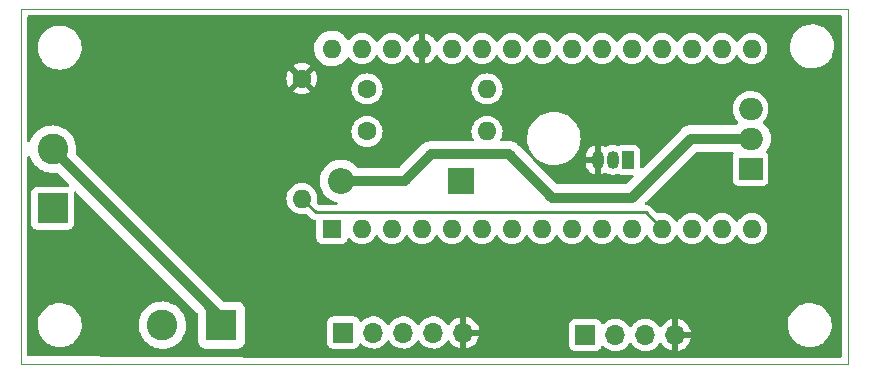
<source format=gbr>
%TF.GenerationSoftware,KiCad,Pcbnew,(6.0.7-1)-1*%
%TF.CreationDate,2022-08-20T21:08:26+02:00*%
%TF.ProjectId,Open-Ventilation,4f70656e-2d56-4656-9e74-696c6174696f,rev?*%
%TF.SameCoordinates,Original*%
%TF.FileFunction,Copper,L1,Top*%
%TF.FilePolarity,Positive*%
%FSLAX46Y46*%
G04 Gerber Fmt 4.6, Leading zero omitted, Abs format (unit mm)*
G04 Created by KiCad (PCBNEW (6.0.7-1)-1) date 2022-08-20 21:08:26*
%MOMM*%
%LPD*%
G01*
G04 APERTURE LIST*
%TA.AperFunction,Profile*%
%ADD10C,0.100000*%
%TD*%
%TA.AperFunction,ComponentPad*%
%ADD11R,1.600000X1.600000*%
%TD*%
%TA.AperFunction,ComponentPad*%
%ADD12O,1.600000X1.600000*%
%TD*%
%TA.AperFunction,ComponentPad*%
%ADD13C,1.600000*%
%TD*%
%TA.AperFunction,ComponentPad*%
%ADD14R,2.000000X1.905000*%
%TD*%
%TA.AperFunction,ComponentPad*%
%ADD15O,2.000000X1.905000*%
%TD*%
%TA.AperFunction,ComponentPad*%
%ADD16R,2.200000X2.200000*%
%TD*%
%TA.AperFunction,ComponentPad*%
%ADD17O,2.200000X2.200000*%
%TD*%
%TA.AperFunction,ComponentPad*%
%ADD18R,2.600000X2.600000*%
%TD*%
%TA.AperFunction,ComponentPad*%
%ADD19C,2.600000*%
%TD*%
%TA.AperFunction,ComponentPad*%
%ADD20R,1.700000X1.700000*%
%TD*%
%TA.AperFunction,ComponentPad*%
%ADD21O,1.700000X1.700000*%
%TD*%
%TA.AperFunction,ComponentPad*%
%ADD22R,1.050000X1.500000*%
%TD*%
%TA.AperFunction,ComponentPad*%
%ADD23O,1.050000X1.500000*%
%TD*%
%TA.AperFunction,Conductor*%
%ADD24C,0.840000*%
%TD*%
%TA.AperFunction,Conductor*%
%ADD25C,0.250000*%
%TD*%
G04 APERTURE END LIST*
D10*
X100250000Y-52250000D02*
X170250000Y-52250000D01*
X170250000Y-52250000D02*
X170250000Y-82250000D01*
X170250000Y-82250000D02*
X100250000Y-82250000D01*
X100250000Y-82250000D02*
X100250000Y-52250000D01*
D11*
%TO.P,U2,1,D1/TX*%
%TO.N,unconnected-(U2-Pad1)*%
X126550000Y-70820000D03*
D12*
%TO.P,U2,2,D0/RX*%
%TO.N,unconnected-(U2-Pad2)*%
X129090000Y-70820000D03*
%TO.P,U2,3,~{RESET}*%
%TO.N,unconnected-(U2-Pad3)*%
X131630000Y-70820000D03*
%TO.P,U2,4,GND*%
%TO.N,GND*%
X134170000Y-70820000D03*
%TO.P,U2,5,D2*%
%TO.N,DT*%
X136710000Y-70820000D03*
%TO.P,U2,6,~D3*%
%TO.N,SW*%
X139250000Y-70820000D03*
%TO.P,U2,7,D4*%
%TO.N,CLK*%
X141790000Y-70820000D03*
%TO.P,U2,8,~D5*%
%TO.N,unconnected-(U2-Pad8)*%
X144330000Y-70820000D03*
%TO.P,U2,9,~D6*%
%TO.N,unconnected-(U2-Pad9)*%
X146870000Y-70820000D03*
%TO.P,U2,10,D7*%
%TO.N,unconnected-(U2-Pad10)*%
X149410000Y-70820000D03*
%TO.P,U2,11,D8*%
%TO.N,unconnected-(U2-Pad11)*%
X151950000Y-70820000D03*
%TO.P,U2,12,~D9*%
%TO.N,Data*%
X154490000Y-70820000D03*
%TO.P,U2,13,~D10*%
%TO.N,Mosfet*%
X157030000Y-70820000D03*
%TO.P,U2,14,~D11*%
%TO.N,unconnected-(U2-Pad14)*%
X159570000Y-70820000D03*
%TO.P,U2,15,D12*%
%TO.N,unconnected-(U2-Pad15)*%
X162110000Y-70820000D03*
%TO.P,U2,16,D13*%
%TO.N,unconnected-(U2-Pad16)*%
X162110000Y-55580000D03*
%TO.P,U2,17,3V3*%
%TO.N,unconnected-(U2-Pad17)*%
X159570000Y-55580000D03*
%TO.P,U2,18,AREF*%
%TO.N,unconnected-(U2-Pad18)*%
X157030000Y-55580000D03*
%TO.P,U2,19,A0/D14*%
%TO.N,unconnected-(U2-Pad19)*%
X154490000Y-55580000D03*
%TO.P,U2,20,A1/D15*%
%TO.N,unconnected-(U2-Pad20)*%
X151950000Y-55580000D03*
%TO.P,U2,21,A2/D16*%
%TO.N,unconnected-(U2-Pad21)*%
X149410000Y-55580000D03*
%TO.P,U2,22,A3/D17*%
%TO.N,unconnected-(U2-Pad22)*%
X146870000Y-55580000D03*
%TO.P,U2,23,A4/D18*%
%TO.N,SDA*%
X144330000Y-55580000D03*
%TO.P,U2,24,A5/D19*%
%TO.N,SCL*%
X141790000Y-55580000D03*
%TO.P,U2,25,A6/D20*%
%TO.N,unconnected-(U2-Pad25)*%
X139250000Y-55580000D03*
%TO.P,U2,26,A7/D21*%
%TO.N,unconnected-(U2-Pad26)*%
X136710000Y-55580000D03*
%TO.P,U2,27,+5V*%
%TO.N,+5V*%
X134170000Y-55580000D03*
%TO.P,U2,28,~{RESET}*%
%TO.N,unconnected-(U2-Pad28)*%
X131630000Y-55580000D03*
%TO.P,U2,29,GND*%
%TO.N,GND*%
X129090000Y-55580000D03*
%TO.P,U2,30,VIN*%
%TO.N,+12V*%
X126550000Y-55580000D03*
%TD*%
D13*
%TO.P,R1,1*%
%TO.N,+5V*%
X124000000Y-58120000D03*
D12*
%TO.P,R1,2*%
%TO.N,Data*%
X124000000Y-68280000D03*
%TD*%
D14*
%TO.P,Q1,1,G*%
%TO.N,Net-(R2-Pad2)*%
X162000000Y-65740000D03*
D15*
%TO.P,Q1,2,D*%
%TO.N,FAN-GND*%
X162000000Y-63200000D03*
%TO.P,Q1,3,S*%
%TO.N,GND*%
X162000000Y-60660000D03*
%TD*%
D13*
%TO.P,R2,1*%
%TO.N,Mosfet*%
X129520000Y-62600000D03*
D12*
%TO.P,R2,2*%
%TO.N,Net-(R2-Pad2)*%
X139680000Y-62600000D03*
%TD*%
D16*
%TO.P,D1,1,K*%
%TO.N,+12V*%
X137480000Y-66800000D03*
D17*
%TO.P,D1,2,A*%
%TO.N,FAN-GND*%
X127320000Y-66800000D03*
%TD*%
D13*
%TO.P,R3,1*%
%TO.N,GND*%
X129520000Y-59000000D03*
D12*
%TO.P,R3,2*%
%TO.N,Net-(R2-Pad2)*%
X139680000Y-59000000D03*
%TD*%
D18*
%TO.P,J3,1,Pin_1*%
%TO.N,GND*%
X102895000Y-69100000D03*
D19*
%TO.P,J3,2,Pin_2*%
%TO.N,+12V*%
X102895000Y-64100000D03*
%TD*%
D20*
%TO.P,J2,1,Pin_1*%
%TO.N,GND*%
X127525000Y-79625000D03*
D21*
%TO.P,J2,2,Pin_2*%
%TO.N,DT*%
X130065000Y-79625000D03*
%TO.P,J2,3,Pin_3*%
%TO.N,SW*%
X132605000Y-79625000D03*
%TO.P,J2,4,Pin_4*%
%TO.N,CLK*%
X135145000Y-79625000D03*
%TO.P,J2,5,Pin_5*%
%TO.N,+5V*%
X137685000Y-79625000D03*
%TD*%
D18*
%TO.P,J4,1,Pin_1*%
%TO.N,+12V*%
X117200000Y-79000000D03*
D19*
%TO.P,J4,2,Pin_2*%
%TO.N,FAN-GND*%
X112200000Y-79000000D03*
%TD*%
D22*
%TO.P,U1,1,GND*%
%TO.N,GND*%
X151600000Y-65000000D03*
D23*
%TO.P,U1,2,DQ*%
%TO.N,Data*%
X150330000Y-65000000D03*
%TO.P,U1,3,VDD*%
%TO.N,+5V*%
X149060000Y-65000000D03*
%TD*%
D20*
%TO.P,J1,1,Pin_1*%
%TO.N,GND*%
X148000000Y-79825000D03*
D21*
%TO.P,J1,2,Pin_2*%
%TO.N,SCL*%
X150540000Y-79825000D03*
%TO.P,J1,3,Pin_3*%
%TO.N,SDA*%
X153080000Y-79825000D03*
%TO.P,J1,4,Pin_4*%
%TO.N,+5V*%
X155620000Y-79825000D03*
%TD*%
D24*
%TO.N,+12V*%
X117200000Y-79000000D02*
X117200000Y-78405000D01*
X117200000Y-78405000D02*
X102895000Y-64100000D01*
D25*
%TO.N,Data*%
X153115000Y-69445000D02*
X125165000Y-69445000D01*
X154490000Y-70820000D02*
X153115000Y-69445000D01*
X125165000Y-69445000D02*
X124000000Y-68280000D01*
D24*
%TO.N,FAN-GND*%
X127320000Y-66800000D02*
X132699956Y-66800000D01*
X132699956Y-66800000D02*
X134949978Y-64549978D01*
X156915000Y-63200000D02*
X162000000Y-63200000D01*
X151915000Y-68200000D02*
X156915000Y-63200000D01*
X141549978Y-64549978D02*
X145200000Y-68200000D01*
X145200000Y-68200000D02*
X151915000Y-68200000D01*
X134949978Y-64549978D02*
X141549978Y-64549978D01*
%TD*%
%TA.AperFunction,Conductor*%
%TO.N,+5V*%
G36*
X169683621Y-52778502D02*
G01*
X169730114Y-52832158D01*
X169741500Y-52884500D01*
X169741500Y-81615500D01*
X169721498Y-81683621D01*
X169667842Y-81730114D01*
X169615500Y-81741500D01*
X125150629Y-81741500D01*
X125149903Y-81741498D01*
X100883773Y-81601636D01*
X100815769Y-81581242D01*
X100769587Y-81527319D01*
X100758500Y-81475638D01*
X100758500Y-79042277D01*
X101637009Y-79042277D01*
X101662625Y-79310769D01*
X101663710Y-79315203D01*
X101663711Y-79315209D01*
X101709663Y-79502998D01*
X101726731Y-79572750D01*
X101827985Y-79822733D01*
X101964265Y-80055482D01*
X102065662Y-80182272D01*
X102123019Y-80253993D01*
X102132716Y-80266119D01*
X102329809Y-80450234D01*
X102551416Y-80603968D01*
X102555499Y-80605999D01*
X102555502Y-80606001D01*
X102611178Y-80633699D01*
X102792894Y-80724101D01*
X102797228Y-80725522D01*
X102797231Y-80725523D01*
X103044853Y-80806698D01*
X103044859Y-80806699D01*
X103049186Y-80808118D01*
X103053677Y-80808898D01*
X103053678Y-80808898D01*
X103311140Y-80853601D01*
X103311148Y-80853602D01*
X103314921Y-80854257D01*
X103318758Y-80854448D01*
X103398578Y-80858422D01*
X103398586Y-80858422D01*
X103400149Y-80858500D01*
X103568512Y-80858500D01*
X103570780Y-80858335D01*
X103570792Y-80858335D01*
X103701884Y-80848823D01*
X103769004Y-80843953D01*
X103773459Y-80842969D01*
X103773462Y-80842969D01*
X104027912Y-80786791D01*
X104027916Y-80786790D01*
X104032372Y-80785806D01*
X104165395Y-80735408D01*
X104280318Y-80691868D01*
X104280321Y-80691867D01*
X104284588Y-80690250D01*
X104474537Y-80584743D01*
X104516375Y-80561504D01*
X104516376Y-80561503D01*
X104520368Y-80559286D01*
X104734773Y-80395657D01*
X104738032Y-80392324D01*
X104920117Y-80206060D01*
X104923312Y-80202792D01*
X105082034Y-79984730D01*
X105166072Y-79825000D01*
X105205490Y-79750079D01*
X105205493Y-79750073D01*
X105207615Y-79746039D01*
X105231157Y-79679376D01*
X105295902Y-79496033D01*
X105295902Y-79496032D01*
X105297425Y-79491720D01*
X105349581Y-79227100D01*
X105350152Y-79215635D01*
X105362764Y-78962292D01*
X105362764Y-78962286D01*
X105362991Y-78957723D01*
X105361014Y-78937002D01*
X110195380Y-78937002D01*
X110197102Y-78980840D01*
X110205156Y-79185814D01*
X110206502Y-79220084D01*
X110207302Y-79224464D01*
X110256112Y-79491720D01*
X110257400Y-79498775D01*
X110347058Y-79767514D01*
X110349050Y-79771501D01*
X110349051Y-79771503D01*
X110453579Y-79980696D01*
X110473687Y-80020939D01*
X110634761Y-80253993D01*
X110689011Y-80312680D01*
X110806349Y-80439616D01*
X110827065Y-80462027D01*
X110830519Y-80464839D01*
X111043307Y-80638075D01*
X111043311Y-80638078D01*
X111046764Y-80640889D01*
X111289472Y-80787012D01*
X111293567Y-80788746D01*
X111293569Y-80788747D01*
X111546247Y-80895742D01*
X111546254Y-80895744D01*
X111550348Y-80897478D01*
X111610010Y-80913297D01*
X111819889Y-80968946D01*
X111819893Y-80968947D01*
X111824186Y-80970085D01*
X111828595Y-80970607D01*
X111828601Y-80970608D01*
X111985953Y-80989232D01*
X112105523Y-81003384D01*
X112388745Y-80996709D01*
X112393143Y-80995977D01*
X112663810Y-80950926D01*
X112663814Y-80950925D01*
X112668200Y-80950195D01*
X112672441Y-80948854D01*
X112672444Y-80948853D01*
X112934068Y-80866112D01*
X112934070Y-80866111D01*
X112938314Y-80864769D01*
X112942325Y-80862843D01*
X112942330Y-80862841D01*
X113189678Y-80744066D01*
X113189679Y-80744065D01*
X113193697Y-80742136D01*
X113199398Y-80738327D01*
X113425545Y-80587221D01*
X113425549Y-80587218D01*
X113429253Y-80584743D01*
X113640281Y-80395730D01*
X113822573Y-80178868D01*
X113972489Y-79938485D01*
X114087040Y-79679376D01*
X114163939Y-79406712D01*
X114189604Y-79215635D01*
X114201225Y-79129115D01*
X114201226Y-79129107D01*
X114201652Y-79125933D01*
X114205610Y-79000000D01*
X114185601Y-78717407D01*
X114180304Y-78692800D01*
X114126911Y-78444800D01*
X114126911Y-78444798D01*
X114125975Y-78440453D01*
X114027920Y-78174663D01*
X113907897Y-77952221D01*
X113895506Y-77929256D01*
X113893393Y-77925340D01*
X113725078Y-77697460D01*
X113678554Y-77650199D01*
X113627476Y-77598313D01*
X113526334Y-77495570D01*
X113522794Y-77492869D01*
X113522788Y-77492863D01*
X113304667Y-77326398D01*
X113304663Y-77326395D01*
X113301126Y-77323696D01*
X113185988Y-77259216D01*
X113057837Y-77187448D01*
X113057832Y-77187445D01*
X113053947Y-77185270D01*
X113049789Y-77183662D01*
X113049784Y-77183659D01*
X112793885Y-77084659D01*
X112793879Y-77084657D01*
X112789730Y-77083052D01*
X112785398Y-77082048D01*
X112785395Y-77082047D01*
X112710141Y-77064604D01*
X112513747Y-77019082D01*
X112231503Y-76994637D01*
X112227068Y-76994881D01*
X112227064Y-76994881D01*
X111953073Y-77009960D01*
X111953066Y-77009961D01*
X111948630Y-77010205D01*
X111810743Y-77037632D01*
X111675146Y-77064604D01*
X111675141Y-77064605D01*
X111670774Y-77065474D01*
X111666571Y-77066950D01*
X111407684Y-77157864D01*
X111407681Y-77157865D01*
X111403476Y-77159342D01*
X111399523Y-77161395D01*
X111399517Y-77161398D01*
X111257135Y-77235360D01*
X111152072Y-77289936D01*
X111148457Y-77292519D01*
X111148451Y-77292523D01*
X111101048Y-77326398D01*
X110921576Y-77454651D01*
X110918349Y-77457729D01*
X110918347Y-77457731D01*
X110720056Y-77646891D01*
X110716588Y-77650199D01*
X110541199Y-77872680D01*
X110510612Y-77925340D01*
X110401141Y-78113807D01*
X110401138Y-78113813D01*
X110398907Y-78117654D01*
X110397237Y-78121777D01*
X110296207Y-78371209D01*
X110292552Y-78380232D01*
X110291481Y-78384545D01*
X110291479Y-78384550D01*
X110225328Y-78650856D01*
X110224255Y-78655177D01*
X110223801Y-78659605D01*
X110223801Y-78659607D01*
X110196068Y-78930283D01*
X110195380Y-78937002D01*
X105361014Y-78937002D01*
X105337375Y-78689231D01*
X105332558Y-78669542D01*
X105274355Y-78431688D01*
X105273269Y-78427250D01*
X105172015Y-78177267D01*
X105035735Y-77944518D01*
X104917928Y-77797208D01*
X104870136Y-77737447D01*
X104870135Y-77737445D01*
X104867284Y-77733881D01*
X104670191Y-77549766D01*
X104448584Y-77396032D01*
X104444501Y-77394001D01*
X104444498Y-77393999D01*
X104279606Y-77311967D01*
X104207106Y-77275899D01*
X104202772Y-77274478D01*
X104202769Y-77274477D01*
X103955147Y-77193302D01*
X103955141Y-77193301D01*
X103950814Y-77191882D01*
X103912733Y-77185270D01*
X103688860Y-77146399D01*
X103688852Y-77146398D01*
X103685079Y-77145743D01*
X103664189Y-77144703D01*
X103601422Y-77141578D01*
X103601414Y-77141578D01*
X103599851Y-77141500D01*
X103431488Y-77141500D01*
X103429220Y-77141665D01*
X103429208Y-77141665D01*
X103298116Y-77151177D01*
X103230996Y-77156047D01*
X103226541Y-77157031D01*
X103226538Y-77157031D01*
X102972088Y-77213209D01*
X102972084Y-77213210D01*
X102967628Y-77214194D01*
X102848794Y-77259216D01*
X102719682Y-77308132D01*
X102719679Y-77308133D01*
X102715412Y-77309750D01*
X102685440Y-77326398D01*
X102522567Y-77416866D01*
X102479632Y-77440714D01*
X102265227Y-77604343D01*
X102262034Y-77607609D01*
X102262032Y-77607611D01*
X102216982Y-77653695D01*
X102076688Y-77797208D01*
X101917966Y-78015270D01*
X101915844Y-78019304D01*
X101794510Y-78249921D01*
X101794507Y-78249927D01*
X101792385Y-78253961D01*
X101790865Y-78258266D01*
X101790863Y-78258270D01*
X101705128Y-78501051D01*
X101702575Y-78508280D01*
X101680768Y-78618919D01*
X101651555Y-78767138D01*
X101650419Y-78772900D01*
X101650192Y-78777453D01*
X101650192Y-78777456D01*
X101639114Y-79000000D01*
X101637009Y-79042277D01*
X100758500Y-79042277D01*
X100758500Y-64793388D01*
X100778502Y-64725267D01*
X100832158Y-64678774D01*
X100902432Y-64668670D01*
X100967012Y-64698164D01*
X101004024Y-64753512D01*
X101019676Y-64800427D01*
X101042058Y-64867514D01*
X101044050Y-64871501D01*
X101044051Y-64871503D01*
X101162618Y-65108792D01*
X101168687Y-65120939D01*
X101329761Y-65353993D01*
X101522065Y-65562027D01*
X101525519Y-65564839D01*
X101738307Y-65738075D01*
X101738311Y-65738078D01*
X101741764Y-65740889D01*
X101984472Y-65887012D01*
X101988567Y-65888746D01*
X101988569Y-65888747D01*
X102241247Y-65995742D01*
X102241254Y-65995744D01*
X102245348Y-65997478D01*
X102345492Y-66024031D01*
X102514889Y-66068946D01*
X102514893Y-66068947D01*
X102519186Y-66070085D01*
X102523595Y-66070607D01*
X102523601Y-66070608D01*
X102674517Y-66088470D01*
X102800523Y-66103384D01*
X103083745Y-66096709D01*
X103211270Y-66075483D01*
X103281750Y-66084029D01*
X103321052Y-66110678D01*
X104286779Y-67076405D01*
X104320805Y-67138717D01*
X104315740Y-67209532D01*
X104273193Y-67266368D01*
X104206673Y-67291179D01*
X104197684Y-67291500D01*
X101546866Y-67291500D01*
X101484684Y-67298255D01*
X101348295Y-67349385D01*
X101231739Y-67436739D01*
X101144385Y-67553295D01*
X101093255Y-67689684D01*
X101086500Y-67751866D01*
X101086500Y-70448134D01*
X101093255Y-70510316D01*
X101144385Y-70646705D01*
X101231739Y-70763261D01*
X101348295Y-70850615D01*
X101484684Y-70901745D01*
X101546866Y-70908500D01*
X104243134Y-70908500D01*
X104305316Y-70901745D01*
X104441705Y-70850615D01*
X104558261Y-70763261D01*
X104645615Y-70646705D01*
X104696745Y-70510316D01*
X104703500Y-70448134D01*
X104703500Y-67797316D01*
X104723502Y-67729195D01*
X104777158Y-67682702D01*
X104847432Y-67672598D01*
X104912012Y-67702092D01*
X104918595Y-67708221D01*
X115162595Y-77952221D01*
X115196621Y-78014533D01*
X115199500Y-78041316D01*
X115199501Y-79215635D01*
X115199501Y-80355992D01*
X115199764Y-80358850D01*
X115199764Y-80358859D01*
X115202839Y-80392324D01*
X115206171Y-80428594D01*
X115208170Y-80434972D01*
X115208170Y-80434973D01*
X115254174Y-80581769D01*
X115256873Y-80590383D01*
X115344703Y-80735408D01*
X115464592Y-80855297D01*
X115609617Y-80943127D01*
X115616864Y-80945398D01*
X115616866Y-80945399D01*
X115658780Y-80958534D01*
X115771406Y-80993829D01*
X115844007Y-81000500D01*
X115846905Y-81000500D01*
X117203518Y-81000499D01*
X118555992Y-81000499D01*
X118558850Y-81000236D01*
X118558859Y-81000236D01*
X118594243Y-80996985D01*
X118628594Y-80993829D01*
X118634979Y-80991828D01*
X118783134Y-80945399D01*
X118783136Y-80945398D01*
X118790383Y-80943127D01*
X118935408Y-80855297D01*
X119055297Y-80735408D01*
X119143127Y-80590383D01*
X119145827Y-80581769D01*
X119164202Y-80523134D01*
X126166500Y-80523134D01*
X126173255Y-80585316D01*
X126224385Y-80721705D01*
X126311739Y-80838261D01*
X126428295Y-80925615D01*
X126564684Y-80976745D01*
X126626866Y-80983500D01*
X128423134Y-80983500D01*
X128485316Y-80976745D01*
X128621705Y-80925615D01*
X128738261Y-80838261D01*
X128825615Y-80721705D01*
X128847799Y-80662529D01*
X128869598Y-80604382D01*
X128912240Y-80547618D01*
X128978802Y-80522918D01*
X129048150Y-80538126D01*
X129082817Y-80566114D01*
X129111250Y-80598938D01*
X129283126Y-80741632D01*
X129476000Y-80854338D01*
X129480825Y-80856180D01*
X129480826Y-80856181D01*
X129553612Y-80883975D01*
X129684692Y-80934030D01*
X129689760Y-80935061D01*
X129689763Y-80935062D01*
X129764145Y-80950195D01*
X129903597Y-80978567D01*
X129908772Y-80978757D01*
X129908774Y-80978757D01*
X130121673Y-80986564D01*
X130121677Y-80986564D01*
X130126837Y-80986753D01*
X130131957Y-80986097D01*
X130131959Y-80986097D01*
X130343288Y-80959025D01*
X130343289Y-80959025D01*
X130348416Y-80958368D01*
X130353366Y-80956883D01*
X130557429Y-80895661D01*
X130557434Y-80895659D01*
X130562384Y-80894174D01*
X130762994Y-80795896D01*
X130944860Y-80666173D01*
X130967924Y-80643190D01*
X131080486Y-80531020D01*
X131103096Y-80508489D01*
X131109093Y-80500144D01*
X131233453Y-80327077D01*
X131234776Y-80328028D01*
X131281645Y-80284857D01*
X131351580Y-80272625D01*
X131417026Y-80300144D01*
X131444875Y-80331994D01*
X131504987Y-80430088D01*
X131651250Y-80598938D01*
X131823126Y-80741632D01*
X132016000Y-80854338D01*
X132020825Y-80856180D01*
X132020826Y-80856181D01*
X132093612Y-80883975D01*
X132224692Y-80934030D01*
X132229760Y-80935061D01*
X132229763Y-80935062D01*
X132304145Y-80950195D01*
X132443597Y-80978567D01*
X132448772Y-80978757D01*
X132448774Y-80978757D01*
X132661673Y-80986564D01*
X132661677Y-80986564D01*
X132666837Y-80986753D01*
X132671957Y-80986097D01*
X132671959Y-80986097D01*
X132883288Y-80959025D01*
X132883289Y-80959025D01*
X132888416Y-80958368D01*
X132893366Y-80956883D01*
X133097429Y-80895661D01*
X133097434Y-80895659D01*
X133102384Y-80894174D01*
X133302994Y-80795896D01*
X133484860Y-80666173D01*
X133507924Y-80643190D01*
X133620486Y-80531020D01*
X133643096Y-80508489D01*
X133649093Y-80500144D01*
X133773453Y-80327077D01*
X133774776Y-80328028D01*
X133821645Y-80284857D01*
X133891580Y-80272625D01*
X133957026Y-80300144D01*
X133984875Y-80331994D01*
X134044987Y-80430088D01*
X134191250Y-80598938D01*
X134363126Y-80741632D01*
X134556000Y-80854338D01*
X134560825Y-80856180D01*
X134560826Y-80856181D01*
X134633612Y-80883975D01*
X134764692Y-80934030D01*
X134769760Y-80935061D01*
X134769763Y-80935062D01*
X134844145Y-80950195D01*
X134983597Y-80978567D01*
X134988772Y-80978757D01*
X134988774Y-80978757D01*
X135201673Y-80986564D01*
X135201677Y-80986564D01*
X135206837Y-80986753D01*
X135211957Y-80986097D01*
X135211959Y-80986097D01*
X135423288Y-80959025D01*
X135423289Y-80959025D01*
X135428416Y-80958368D01*
X135433366Y-80956883D01*
X135637429Y-80895661D01*
X135637434Y-80895659D01*
X135642384Y-80894174D01*
X135842994Y-80795896D01*
X136024860Y-80666173D01*
X136047924Y-80643190D01*
X136160486Y-80531020D01*
X136183096Y-80508489D01*
X136189093Y-80500144D01*
X136313453Y-80327077D01*
X136314640Y-80327930D01*
X136361960Y-80284362D01*
X136431897Y-80272145D01*
X136497338Y-80299678D01*
X136525166Y-80331511D01*
X136582694Y-80425388D01*
X136588777Y-80433699D01*
X136728213Y-80594667D01*
X136735580Y-80601883D01*
X136899434Y-80737916D01*
X136907881Y-80743831D01*
X137091756Y-80851279D01*
X137101042Y-80855729D01*
X137300001Y-80931703D01*
X137309899Y-80934579D01*
X137413250Y-80955606D01*
X137427299Y-80954410D01*
X137431000Y-80944065D01*
X137431000Y-80943517D01*
X137939000Y-80943517D01*
X137943064Y-80957359D01*
X137956478Y-80959393D01*
X137963184Y-80958534D01*
X137973262Y-80956392D01*
X138177255Y-80895191D01*
X138186842Y-80891433D01*
X138378095Y-80797739D01*
X138386945Y-80792464D01*
X138484143Y-80723134D01*
X146641500Y-80723134D01*
X146648255Y-80785316D01*
X146699385Y-80921705D01*
X146786739Y-81038261D01*
X146903295Y-81125615D01*
X147039684Y-81176745D01*
X147101866Y-81183500D01*
X148898134Y-81183500D01*
X148960316Y-81176745D01*
X149096705Y-81125615D01*
X149213261Y-81038261D01*
X149300615Y-80921705D01*
X149310348Y-80895742D01*
X149344598Y-80804382D01*
X149387240Y-80747618D01*
X149453802Y-80722918D01*
X149523150Y-80738126D01*
X149557817Y-80766114D01*
X149586250Y-80798938D01*
X149758126Y-80941632D01*
X149951000Y-81054338D01*
X150159692Y-81134030D01*
X150164760Y-81135061D01*
X150164763Y-81135062D01*
X150259862Y-81154410D01*
X150378597Y-81178567D01*
X150383772Y-81178757D01*
X150383774Y-81178757D01*
X150596673Y-81186564D01*
X150596677Y-81186564D01*
X150601837Y-81186753D01*
X150606957Y-81186097D01*
X150606959Y-81186097D01*
X150818288Y-81159025D01*
X150818289Y-81159025D01*
X150823416Y-81158368D01*
X150828366Y-81156883D01*
X151032429Y-81095661D01*
X151032434Y-81095659D01*
X151037384Y-81094174D01*
X151237994Y-80995896D01*
X151419860Y-80866173D01*
X151426824Y-80859234D01*
X151546816Y-80739660D01*
X151578096Y-80708489D01*
X151611122Y-80662529D01*
X151708453Y-80527077D01*
X151709776Y-80528028D01*
X151756645Y-80484857D01*
X151826580Y-80472625D01*
X151892026Y-80500144D01*
X151919875Y-80531994D01*
X151979987Y-80630088D01*
X152126250Y-80798938D01*
X152298126Y-80941632D01*
X152491000Y-81054338D01*
X152699692Y-81134030D01*
X152704760Y-81135061D01*
X152704763Y-81135062D01*
X152799862Y-81154410D01*
X152918597Y-81178567D01*
X152923772Y-81178757D01*
X152923774Y-81178757D01*
X153136673Y-81186564D01*
X153136677Y-81186564D01*
X153141837Y-81186753D01*
X153146957Y-81186097D01*
X153146959Y-81186097D01*
X153358288Y-81159025D01*
X153358289Y-81159025D01*
X153363416Y-81158368D01*
X153368366Y-81156883D01*
X153572429Y-81095661D01*
X153572434Y-81095659D01*
X153577384Y-81094174D01*
X153777994Y-80995896D01*
X153959860Y-80866173D01*
X153966824Y-80859234D01*
X154086816Y-80739660D01*
X154118096Y-80708489D01*
X154151122Y-80662529D01*
X154248453Y-80527077D01*
X154249640Y-80527930D01*
X154296960Y-80484362D01*
X154366897Y-80472145D01*
X154432338Y-80499678D01*
X154460166Y-80531511D01*
X154517694Y-80625388D01*
X154523777Y-80633699D01*
X154663213Y-80794667D01*
X154670580Y-80801883D01*
X154834434Y-80937916D01*
X154842881Y-80943831D01*
X155026756Y-81051279D01*
X155036042Y-81055729D01*
X155235001Y-81131703D01*
X155244899Y-81134579D01*
X155348250Y-81155606D01*
X155362299Y-81154410D01*
X155366000Y-81144065D01*
X155366000Y-81143517D01*
X155874000Y-81143517D01*
X155878064Y-81157359D01*
X155891478Y-81159393D01*
X155898184Y-81158534D01*
X155908262Y-81156392D01*
X156112255Y-81095191D01*
X156121842Y-81091433D01*
X156313095Y-80997739D01*
X156321945Y-80992464D01*
X156495328Y-80868792D01*
X156503200Y-80862139D01*
X156654052Y-80711812D01*
X156660730Y-80703965D01*
X156785003Y-80531020D01*
X156790313Y-80522183D01*
X156884670Y-80331267D01*
X156888469Y-80321672D01*
X156950377Y-80117910D01*
X156952555Y-80107837D01*
X156953986Y-80096962D01*
X156951775Y-80082778D01*
X156938617Y-80079000D01*
X155892115Y-80079000D01*
X155876876Y-80083475D01*
X155875671Y-80084865D01*
X155874000Y-80092548D01*
X155874000Y-81143517D01*
X155366000Y-81143517D01*
X155366000Y-79552885D01*
X155874000Y-79552885D01*
X155878475Y-79568124D01*
X155879865Y-79569329D01*
X155887548Y-79571000D01*
X156938344Y-79571000D01*
X156951875Y-79567027D01*
X156953180Y-79557947D01*
X156911214Y-79390875D01*
X156907894Y-79381124D01*
X156822972Y-79185814D01*
X156818105Y-79176739D01*
X156731118Y-79042277D01*
X165137009Y-79042277D01*
X165162625Y-79310769D01*
X165163710Y-79315203D01*
X165163711Y-79315209D01*
X165209663Y-79502998D01*
X165226731Y-79572750D01*
X165327985Y-79822733D01*
X165464265Y-80055482D01*
X165565662Y-80182272D01*
X165623019Y-80253993D01*
X165632716Y-80266119D01*
X165829809Y-80450234D01*
X166051416Y-80603968D01*
X166055499Y-80605999D01*
X166055502Y-80606001D01*
X166111178Y-80633699D01*
X166292894Y-80724101D01*
X166297228Y-80725522D01*
X166297231Y-80725523D01*
X166544853Y-80806698D01*
X166544859Y-80806699D01*
X166549186Y-80808118D01*
X166553677Y-80808898D01*
X166553678Y-80808898D01*
X166811140Y-80853601D01*
X166811148Y-80853602D01*
X166814921Y-80854257D01*
X166818758Y-80854448D01*
X166898578Y-80858422D01*
X166898586Y-80858422D01*
X166900149Y-80858500D01*
X167068512Y-80858500D01*
X167070780Y-80858335D01*
X167070792Y-80858335D01*
X167201884Y-80848823D01*
X167269004Y-80843953D01*
X167273459Y-80842969D01*
X167273462Y-80842969D01*
X167527912Y-80786791D01*
X167527916Y-80786790D01*
X167532372Y-80785806D01*
X167665395Y-80735408D01*
X167780318Y-80691868D01*
X167780321Y-80691867D01*
X167784588Y-80690250D01*
X167974537Y-80584743D01*
X168016375Y-80561504D01*
X168016376Y-80561503D01*
X168020368Y-80559286D01*
X168234773Y-80395657D01*
X168238032Y-80392324D01*
X168420117Y-80206060D01*
X168423312Y-80202792D01*
X168582034Y-79984730D01*
X168666072Y-79825000D01*
X168705490Y-79750079D01*
X168705493Y-79750073D01*
X168707615Y-79746039D01*
X168731157Y-79679376D01*
X168795902Y-79496033D01*
X168795902Y-79496032D01*
X168797425Y-79491720D01*
X168849581Y-79227100D01*
X168850152Y-79215635D01*
X168862764Y-78962292D01*
X168862764Y-78962286D01*
X168862991Y-78957723D01*
X168837375Y-78689231D01*
X168832558Y-78669542D01*
X168774355Y-78431688D01*
X168773269Y-78427250D01*
X168672015Y-78177267D01*
X168535735Y-77944518D01*
X168417928Y-77797208D01*
X168370136Y-77737447D01*
X168370135Y-77737445D01*
X168367284Y-77733881D01*
X168170191Y-77549766D01*
X167948584Y-77396032D01*
X167944501Y-77394001D01*
X167944498Y-77393999D01*
X167779606Y-77311967D01*
X167707106Y-77275899D01*
X167702772Y-77274478D01*
X167702769Y-77274477D01*
X167455147Y-77193302D01*
X167455141Y-77193301D01*
X167450814Y-77191882D01*
X167412733Y-77185270D01*
X167188860Y-77146399D01*
X167188852Y-77146398D01*
X167185079Y-77145743D01*
X167164189Y-77144703D01*
X167101422Y-77141578D01*
X167101414Y-77141578D01*
X167099851Y-77141500D01*
X166931488Y-77141500D01*
X166929220Y-77141665D01*
X166929208Y-77141665D01*
X166798116Y-77151177D01*
X166730996Y-77156047D01*
X166726541Y-77157031D01*
X166726538Y-77157031D01*
X166472088Y-77213209D01*
X166472084Y-77213210D01*
X166467628Y-77214194D01*
X166348794Y-77259216D01*
X166219682Y-77308132D01*
X166219679Y-77308133D01*
X166215412Y-77309750D01*
X166185440Y-77326398D01*
X166022567Y-77416866D01*
X165979632Y-77440714D01*
X165765227Y-77604343D01*
X165762034Y-77607609D01*
X165762032Y-77607611D01*
X165716982Y-77653695D01*
X165576688Y-77797208D01*
X165417966Y-78015270D01*
X165415844Y-78019304D01*
X165294510Y-78249921D01*
X165294507Y-78249927D01*
X165292385Y-78253961D01*
X165290865Y-78258266D01*
X165290863Y-78258270D01*
X165205128Y-78501051D01*
X165202575Y-78508280D01*
X165180768Y-78618919D01*
X165151555Y-78767138D01*
X165150419Y-78772900D01*
X165150192Y-78777453D01*
X165150192Y-78777456D01*
X165139114Y-79000000D01*
X165137009Y-79042277D01*
X156731118Y-79042277D01*
X156702426Y-78997926D01*
X156696136Y-78989757D01*
X156552806Y-78832240D01*
X156545273Y-78825215D01*
X156378139Y-78693222D01*
X156369552Y-78687517D01*
X156183117Y-78584599D01*
X156173705Y-78580369D01*
X155972959Y-78509280D01*
X155962988Y-78506646D01*
X155891837Y-78493972D01*
X155878540Y-78495432D01*
X155874000Y-78509989D01*
X155874000Y-79552885D01*
X155366000Y-79552885D01*
X155366000Y-78508102D01*
X155362082Y-78494758D01*
X155347806Y-78492771D01*
X155309324Y-78498660D01*
X155299288Y-78501051D01*
X155096868Y-78567212D01*
X155087359Y-78571209D01*
X154898463Y-78669542D01*
X154889738Y-78675036D01*
X154719433Y-78802905D01*
X154711726Y-78809748D01*
X154564590Y-78963717D01*
X154558109Y-78971722D01*
X154453498Y-79125074D01*
X154398587Y-79170076D01*
X154328062Y-79178247D01*
X154264315Y-79146993D01*
X154243618Y-79122509D01*
X154162822Y-78997617D01*
X154162820Y-78997614D01*
X154160014Y-78993277D01*
X154009670Y-78828051D01*
X154005619Y-78824852D01*
X154005615Y-78824848D01*
X153838414Y-78692800D01*
X153838410Y-78692798D01*
X153834359Y-78689598D01*
X153803459Y-78672540D01*
X153757633Y-78647243D01*
X153638789Y-78581638D01*
X153633920Y-78579914D01*
X153633916Y-78579912D01*
X153433087Y-78508795D01*
X153433083Y-78508794D01*
X153428212Y-78507069D01*
X153423119Y-78506162D01*
X153423116Y-78506161D01*
X153213373Y-78468800D01*
X153213367Y-78468799D01*
X153208284Y-78467894D01*
X153134452Y-78466992D01*
X152990081Y-78465228D01*
X152990079Y-78465228D01*
X152984911Y-78465165D01*
X152764091Y-78498955D01*
X152551756Y-78568357D01*
X152486110Y-78602530D01*
X152376467Y-78659607D01*
X152353607Y-78671507D01*
X152349474Y-78674610D01*
X152349471Y-78674612D01*
X152191424Y-78793277D01*
X152174965Y-78805635D01*
X152171393Y-78809373D01*
X152040665Y-78946172D01*
X152020629Y-78967138D01*
X151913201Y-79124621D01*
X151858293Y-79169621D01*
X151787768Y-79177792D01*
X151724021Y-79146538D01*
X151703324Y-79122054D01*
X151622822Y-78997617D01*
X151622820Y-78997614D01*
X151620014Y-78993277D01*
X151469670Y-78828051D01*
X151465619Y-78824852D01*
X151465615Y-78824848D01*
X151298414Y-78692800D01*
X151298410Y-78692798D01*
X151294359Y-78689598D01*
X151263459Y-78672540D01*
X151217633Y-78647243D01*
X151098789Y-78581638D01*
X151093920Y-78579914D01*
X151093916Y-78579912D01*
X150893087Y-78508795D01*
X150893083Y-78508794D01*
X150888212Y-78507069D01*
X150883119Y-78506162D01*
X150883116Y-78506161D01*
X150673373Y-78468800D01*
X150673367Y-78468799D01*
X150668284Y-78467894D01*
X150594452Y-78466992D01*
X150450081Y-78465228D01*
X150450079Y-78465228D01*
X150444911Y-78465165D01*
X150224091Y-78498955D01*
X150011756Y-78568357D01*
X149946110Y-78602530D01*
X149836467Y-78659607D01*
X149813607Y-78671507D01*
X149809474Y-78674610D01*
X149809471Y-78674612D01*
X149651424Y-78793277D01*
X149634965Y-78805635D01*
X149578537Y-78864684D01*
X149554283Y-78890064D01*
X149492759Y-78925494D01*
X149421846Y-78922037D01*
X149364060Y-78880791D01*
X149345207Y-78847243D01*
X149303767Y-78736703D01*
X149300615Y-78728295D01*
X149213261Y-78611739D01*
X149096705Y-78524385D01*
X148960316Y-78473255D01*
X148898134Y-78466500D01*
X147101866Y-78466500D01*
X147039684Y-78473255D01*
X146903295Y-78524385D01*
X146786739Y-78611739D01*
X146699385Y-78728295D01*
X146648255Y-78864684D01*
X146641500Y-78926866D01*
X146641500Y-80723134D01*
X138484143Y-80723134D01*
X138560328Y-80668792D01*
X138568200Y-80662139D01*
X138719052Y-80511812D01*
X138725730Y-80503965D01*
X138850003Y-80331020D01*
X138855313Y-80322183D01*
X138949670Y-80131267D01*
X138953469Y-80121672D01*
X139015377Y-79917910D01*
X139017555Y-79907837D01*
X139018986Y-79896962D01*
X139016775Y-79882778D01*
X139003617Y-79879000D01*
X137957115Y-79879000D01*
X137941876Y-79883475D01*
X137940671Y-79884865D01*
X137939000Y-79892548D01*
X137939000Y-80943517D01*
X137431000Y-80943517D01*
X137431000Y-79352885D01*
X137939000Y-79352885D01*
X137943475Y-79368124D01*
X137944865Y-79369329D01*
X137952548Y-79371000D01*
X139003344Y-79371000D01*
X139016875Y-79367027D01*
X139018180Y-79357947D01*
X138976214Y-79190875D01*
X138972894Y-79181124D01*
X138887972Y-78985814D01*
X138883105Y-78976739D01*
X138767426Y-78797926D01*
X138761136Y-78789757D01*
X138617806Y-78632240D01*
X138610273Y-78625215D01*
X138443139Y-78493222D01*
X138434552Y-78487517D01*
X138248117Y-78384599D01*
X138238705Y-78380369D01*
X138037959Y-78309280D01*
X138027988Y-78306646D01*
X137956837Y-78293972D01*
X137943540Y-78295432D01*
X137939000Y-78309989D01*
X137939000Y-79352885D01*
X137431000Y-79352885D01*
X137431000Y-78308102D01*
X137427082Y-78294758D01*
X137412806Y-78292771D01*
X137374324Y-78298660D01*
X137364288Y-78301051D01*
X137161868Y-78367212D01*
X137152359Y-78371209D01*
X136963463Y-78469542D01*
X136954738Y-78475036D01*
X136784433Y-78602905D01*
X136776726Y-78609748D01*
X136629590Y-78763717D01*
X136623109Y-78771722D01*
X136518498Y-78925074D01*
X136463587Y-78970076D01*
X136393062Y-78978247D01*
X136329315Y-78946993D01*
X136308618Y-78922509D01*
X136227822Y-78797617D01*
X136227820Y-78797614D01*
X136225014Y-78793277D01*
X136074670Y-78628051D01*
X136070619Y-78624852D01*
X136070615Y-78624848D01*
X135903414Y-78492800D01*
X135903410Y-78492798D01*
X135899359Y-78489598D01*
X135868209Y-78472402D01*
X135818207Y-78444800D01*
X135703789Y-78381638D01*
X135698920Y-78379914D01*
X135698916Y-78379912D01*
X135498087Y-78308795D01*
X135498083Y-78308794D01*
X135493212Y-78307069D01*
X135488119Y-78306162D01*
X135488116Y-78306161D01*
X135278373Y-78268800D01*
X135278367Y-78268799D01*
X135273284Y-78267894D01*
X135199452Y-78266992D01*
X135055081Y-78265228D01*
X135055079Y-78265228D01*
X135049911Y-78265165D01*
X134829091Y-78298955D01*
X134616756Y-78368357D01*
X134543757Y-78406358D01*
X134425669Y-78467831D01*
X134418607Y-78471507D01*
X134414474Y-78474610D01*
X134414471Y-78474612D01*
X134267982Y-78584599D01*
X134239965Y-78605635D01*
X134236393Y-78609373D01*
X134128729Y-78722037D01*
X134085629Y-78767138D01*
X133978201Y-78924621D01*
X133923293Y-78969621D01*
X133852768Y-78977792D01*
X133789021Y-78946538D01*
X133768324Y-78922054D01*
X133687822Y-78797617D01*
X133687820Y-78797614D01*
X133685014Y-78793277D01*
X133534670Y-78628051D01*
X133530619Y-78624852D01*
X133530615Y-78624848D01*
X133363414Y-78492800D01*
X133363410Y-78492798D01*
X133359359Y-78489598D01*
X133328209Y-78472402D01*
X133278207Y-78444800D01*
X133163789Y-78381638D01*
X133158920Y-78379914D01*
X133158916Y-78379912D01*
X132958087Y-78308795D01*
X132958083Y-78308794D01*
X132953212Y-78307069D01*
X132948119Y-78306162D01*
X132948116Y-78306161D01*
X132738373Y-78268800D01*
X132738367Y-78268799D01*
X132733284Y-78267894D01*
X132659452Y-78266992D01*
X132515081Y-78265228D01*
X132515079Y-78265228D01*
X132509911Y-78265165D01*
X132289091Y-78298955D01*
X132076756Y-78368357D01*
X132003757Y-78406358D01*
X131885669Y-78467831D01*
X131878607Y-78471507D01*
X131874474Y-78474610D01*
X131874471Y-78474612D01*
X131727982Y-78584599D01*
X131699965Y-78605635D01*
X131696393Y-78609373D01*
X131588729Y-78722037D01*
X131545629Y-78767138D01*
X131438201Y-78924621D01*
X131383293Y-78969621D01*
X131312768Y-78977792D01*
X131249021Y-78946538D01*
X131228324Y-78922054D01*
X131147822Y-78797617D01*
X131147820Y-78797614D01*
X131145014Y-78793277D01*
X130994670Y-78628051D01*
X130990619Y-78624852D01*
X130990615Y-78624848D01*
X130823414Y-78492800D01*
X130823410Y-78492798D01*
X130819359Y-78489598D01*
X130788209Y-78472402D01*
X130738207Y-78444800D01*
X130623789Y-78381638D01*
X130618920Y-78379914D01*
X130618916Y-78379912D01*
X130418087Y-78308795D01*
X130418083Y-78308794D01*
X130413212Y-78307069D01*
X130408119Y-78306162D01*
X130408116Y-78306161D01*
X130198373Y-78268800D01*
X130198367Y-78268799D01*
X130193284Y-78267894D01*
X130119452Y-78266992D01*
X129975081Y-78265228D01*
X129975079Y-78265228D01*
X129969911Y-78265165D01*
X129749091Y-78298955D01*
X129536756Y-78368357D01*
X129463757Y-78406358D01*
X129345669Y-78467831D01*
X129338607Y-78471507D01*
X129334474Y-78474610D01*
X129334471Y-78474612D01*
X129187982Y-78584599D01*
X129159965Y-78605635D01*
X129082115Y-78687101D01*
X129079283Y-78690064D01*
X129017759Y-78725494D01*
X128946846Y-78722037D01*
X128889060Y-78680791D01*
X128870207Y-78647243D01*
X128828767Y-78536703D01*
X128825615Y-78528295D01*
X128738261Y-78411739D01*
X128621705Y-78324385D01*
X128485316Y-78273255D01*
X128423134Y-78266500D01*
X126626866Y-78266500D01*
X126564684Y-78273255D01*
X126428295Y-78324385D01*
X126311739Y-78411739D01*
X126224385Y-78528295D01*
X126173255Y-78664684D01*
X126166500Y-78726866D01*
X126166500Y-80523134D01*
X119164202Y-80523134D01*
X119182470Y-80464839D01*
X119193829Y-80428594D01*
X119200500Y-80355993D01*
X119200500Y-79000000D01*
X119200499Y-77646891D01*
X119200499Y-77644008D01*
X119193829Y-77571406D01*
X119153741Y-77443486D01*
X119145399Y-77416866D01*
X119145398Y-77416864D01*
X119143127Y-77409617D01*
X119055297Y-77264592D01*
X118935408Y-77144703D01*
X118790383Y-77056873D01*
X118783136Y-77054602D01*
X118783134Y-77054601D01*
X118717894Y-77034156D01*
X118628594Y-77006171D01*
X118555993Y-76999500D01*
X117431316Y-76999500D01*
X117363195Y-76979498D01*
X117342221Y-76962595D01*
X108659626Y-68280000D01*
X122686502Y-68280000D01*
X122706457Y-68508087D01*
X122707881Y-68513400D01*
X122707881Y-68513402D01*
X122739375Y-68630936D01*
X122765716Y-68729243D01*
X122768039Y-68734224D01*
X122768039Y-68734225D01*
X122860151Y-68931762D01*
X122860154Y-68931767D01*
X122862477Y-68936749D01*
X122993802Y-69124300D01*
X123155700Y-69286198D01*
X123160208Y-69289355D01*
X123160211Y-69289357D01*
X123238389Y-69344098D01*
X123343251Y-69417523D01*
X123348233Y-69419846D01*
X123348238Y-69419849D01*
X123543388Y-69510848D01*
X123550757Y-69514284D01*
X123556065Y-69515706D01*
X123556067Y-69515707D01*
X123766598Y-69572119D01*
X123766600Y-69572119D01*
X123771913Y-69573543D01*
X124000000Y-69593498D01*
X124228087Y-69573543D01*
X124233392Y-69572121D01*
X124233406Y-69572119D01*
X124291539Y-69556541D01*
X124362516Y-69558229D01*
X124413248Y-69589152D01*
X124661353Y-69837258D01*
X124668887Y-69845537D01*
X124673000Y-69852018D01*
X124722651Y-69898643D01*
X124725493Y-69901398D01*
X124745230Y-69921135D01*
X124748427Y-69923615D01*
X124757447Y-69931318D01*
X124789679Y-69961586D01*
X124796625Y-69965405D01*
X124796628Y-69965407D01*
X124807434Y-69971348D01*
X124823953Y-69982199D01*
X124839959Y-69994614D01*
X124847228Y-69997759D01*
X124847232Y-69997762D01*
X124880537Y-70012174D01*
X124891187Y-70017391D01*
X124929940Y-70038695D01*
X124937615Y-70040666D01*
X124937616Y-70040666D01*
X124949562Y-70043733D01*
X124968267Y-70050137D01*
X124986855Y-70058181D01*
X124994678Y-70059420D01*
X124994688Y-70059423D01*
X125030524Y-70065099D01*
X125042144Y-70067505D01*
X125077289Y-70076528D01*
X125084970Y-70078500D01*
X125105224Y-70078500D01*
X125124940Y-70080052D01*
X125135216Y-70081680D01*
X125199368Y-70112095D01*
X125236892Y-70172365D01*
X125241500Y-70206128D01*
X125241500Y-71668134D01*
X125248255Y-71730316D01*
X125299385Y-71866705D01*
X125386739Y-71983261D01*
X125503295Y-72070615D01*
X125639684Y-72121745D01*
X125701866Y-72128500D01*
X127398134Y-72128500D01*
X127460316Y-72121745D01*
X127596705Y-72070615D01*
X127713261Y-71983261D01*
X127800615Y-71866705D01*
X127851745Y-71730316D01*
X127852917Y-71719526D01*
X127853803Y-71717394D01*
X127854425Y-71714778D01*
X127854848Y-71714879D01*
X127880155Y-71653965D01*
X127938517Y-71613537D01*
X128009471Y-71611078D01*
X128070490Y-71647371D01*
X128077489Y-71656031D01*
X128080643Y-71659789D01*
X128083802Y-71664300D01*
X128245700Y-71826198D01*
X128250208Y-71829355D01*
X128250211Y-71829357D01*
X128291542Y-71858297D01*
X128433251Y-71957523D01*
X128438233Y-71959846D01*
X128438238Y-71959849D01*
X128635775Y-72051961D01*
X128640757Y-72054284D01*
X128646065Y-72055706D01*
X128646067Y-72055707D01*
X128856598Y-72112119D01*
X128856600Y-72112119D01*
X128861913Y-72113543D01*
X129090000Y-72133498D01*
X129318087Y-72113543D01*
X129323400Y-72112119D01*
X129323402Y-72112119D01*
X129533933Y-72055707D01*
X129533935Y-72055706D01*
X129539243Y-72054284D01*
X129544225Y-72051961D01*
X129741762Y-71959849D01*
X129741767Y-71959846D01*
X129746749Y-71957523D01*
X129888458Y-71858297D01*
X129929789Y-71829357D01*
X129929792Y-71829355D01*
X129934300Y-71826198D01*
X130096198Y-71664300D01*
X130227523Y-71476749D01*
X130229846Y-71471767D01*
X130229849Y-71471762D01*
X130245805Y-71437543D01*
X130292722Y-71384258D01*
X130360999Y-71364797D01*
X130428959Y-71385339D01*
X130474195Y-71437543D01*
X130490151Y-71471762D01*
X130490154Y-71471767D01*
X130492477Y-71476749D01*
X130623802Y-71664300D01*
X130785700Y-71826198D01*
X130790208Y-71829355D01*
X130790211Y-71829357D01*
X130831542Y-71858297D01*
X130973251Y-71957523D01*
X130978233Y-71959846D01*
X130978238Y-71959849D01*
X131175775Y-72051961D01*
X131180757Y-72054284D01*
X131186065Y-72055706D01*
X131186067Y-72055707D01*
X131396598Y-72112119D01*
X131396600Y-72112119D01*
X131401913Y-72113543D01*
X131630000Y-72133498D01*
X131858087Y-72113543D01*
X131863400Y-72112119D01*
X131863402Y-72112119D01*
X132073933Y-72055707D01*
X132073935Y-72055706D01*
X132079243Y-72054284D01*
X132084225Y-72051961D01*
X132281762Y-71959849D01*
X132281767Y-71959846D01*
X132286749Y-71957523D01*
X132428458Y-71858297D01*
X132469789Y-71829357D01*
X132469792Y-71829355D01*
X132474300Y-71826198D01*
X132636198Y-71664300D01*
X132767523Y-71476749D01*
X132769846Y-71471767D01*
X132769849Y-71471762D01*
X132785805Y-71437543D01*
X132832722Y-71384258D01*
X132900999Y-71364797D01*
X132968959Y-71385339D01*
X133014195Y-71437543D01*
X133030151Y-71471762D01*
X133030154Y-71471767D01*
X133032477Y-71476749D01*
X133163802Y-71664300D01*
X133325700Y-71826198D01*
X133330208Y-71829355D01*
X133330211Y-71829357D01*
X133371542Y-71858297D01*
X133513251Y-71957523D01*
X133518233Y-71959846D01*
X133518238Y-71959849D01*
X133715775Y-72051961D01*
X133720757Y-72054284D01*
X133726065Y-72055706D01*
X133726067Y-72055707D01*
X133936598Y-72112119D01*
X133936600Y-72112119D01*
X133941913Y-72113543D01*
X134170000Y-72133498D01*
X134398087Y-72113543D01*
X134403400Y-72112119D01*
X134403402Y-72112119D01*
X134613933Y-72055707D01*
X134613935Y-72055706D01*
X134619243Y-72054284D01*
X134624225Y-72051961D01*
X134821762Y-71959849D01*
X134821767Y-71959846D01*
X134826749Y-71957523D01*
X134968458Y-71858297D01*
X135009789Y-71829357D01*
X135009792Y-71829355D01*
X135014300Y-71826198D01*
X135176198Y-71664300D01*
X135307523Y-71476749D01*
X135309846Y-71471767D01*
X135309849Y-71471762D01*
X135325805Y-71437543D01*
X135372722Y-71384258D01*
X135440999Y-71364797D01*
X135508959Y-71385339D01*
X135554195Y-71437543D01*
X135570151Y-71471762D01*
X135570154Y-71471767D01*
X135572477Y-71476749D01*
X135703802Y-71664300D01*
X135865700Y-71826198D01*
X135870208Y-71829355D01*
X135870211Y-71829357D01*
X135911542Y-71858297D01*
X136053251Y-71957523D01*
X136058233Y-71959846D01*
X136058238Y-71959849D01*
X136255775Y-72051961D01*
X136260757Y-72054284D01*
X136266065Y-72055706D01*
X136266067Y-72055707D01*
X136476598Y-72112119D01*
X136476600Y-72112119D01*
X136481913Y-72113543D01*
X136710000Y-72133498D01*
X136938087Y-72113543D01*
X136943400Y-72112119D01*
X136943402Y-72112119D01*
X137153933Y-72055707D01*
X137153935Y-72055706D01*
X137159243Y-72054284D01*
X137164225Y-72051961D01*
X137361762Y-71959849D01*
X137361767Y-71959846D01*
X137366749Y-71957523D01*
X137508458Y-71858297D01*
X137549789Y-71829357D01*
X137549792Y-71829355D01*
X137554300Y-71826198D01*
X137716198Y-71664300D01*
X137847523Y-71476749D01*
X137849846Y-71471767D01*
X137849849Y-71471762D01*
X137865805Y-71437543D01*
X137912722Y-71384258D01*
X137980999Y-71364797D01*
X138048959Y-71385339D01*
X138094195Y-71437543D01*
X138110151Y-71471762D01*
X138110154Y-71471767D01*
X138112477Y-71476749D01*
X138243802Y-71664300D01*
X138405700Y-71826198D01*
X138410208Y-71829355D01*
X138410211Y-71829357D01*
X138451542Y-71858297D01*
X138593251Y-71957523D01*
X138598233Y-71959846D01*
X138598238Y-71959849D01*
X138795775Y-72051961D01*
X138800757Y-72054284D01*
X138806065Y-72055706D01*
X138806067Y-72055707D01*
X139016598Y-72112119D01*
X139016600Y-72112119D01*
X139021913Y-72113543D01*
X139250000Y-72133498D01*
X139478087Y-72113543D01*
X139483400Y-72112119D01*
X139483402Y-72112119D01*
X139693933Y-72055707D01*
X139693935Y-72055706D01*
X139699243Y-72054284D01*
X139704225Y-72051961D01*
X139901762Y-71959849D01*
X139901767Y-71959846D01*
X139906749Y-71957523D01*
X140048458Y-71858297D01*
X140089789Y-71829357D01*
X140089792Y-71829355D01*
X140094300Y-71826198D01*
X140256198Y-71664300D01*
X140387523Y-71476749D01*
X140389846Y-71471767D01*
X140389849Y-71471762D01*
X140405805Y-71437543D01*
X140452722Y-71384258D01*
X140520999Y-71364797D01*
X140588959Y-71385339D01*
X140634195Y-71437543D01*
X140650151Y-71471762D01*
X140650154Y-71471767D01*
X140652477Y-71476749D01*
X140783802Y-71664300D01*
X140945700Y-71826198D01*
X140950208Y-71829355D01*
X140950211Y-71829357D01*
X140991542Y-71858297D01*
X141133251Y-71957523D01*
X141138233Y-71959846D01*
X141138238Y-71959849D01*
X141335775Y-72051961D01*
X141340757Y-72054284D01*
X141346065Y-72055706D01*
X141346067Y-72055707D01*
X141556598Y-72112119D01*
X141556600Y-72112119D01*
X141561913Y-72113543D01*
X141790000Y-72133498D01*
X142018087Y-72113543D01*
X142023400Y-72112119D01*
X142023402Y-72112119D01*
X142233933Y-72055707D01*
X142233935Y-72055706D01*
X142239243Y-72054284D01*
X142244225Y-72051961D01*
X142441762Y-71959849D01*
X142441767Y-71959846D01*
X142446749Y-71957523D01*
X142588458Y-71858297D01*
X142629789Y-71829357D01*
X142629792Y-71829355D01*
X142634300Y-71826198D01*
X142796198Y-71664300D01*
X142927523Y-71476749D01*
X142929846Y-71471767D01*
X142929849Y-71471762D01*
X142945805Y-71437543D01*
X142992722Y-71384258D01*
X143060999Y-71364797D01*
X143128959Y-71385339D01*
X143174195Y-71437543D01*
X143190151Y-71471762D01*
X143190154Y-71471767D01*
X143192477Y-71476749D01*
X143323802Y-71664300D01*
X143485700Y-71826198D01*
X143490208Y-71829355D01*
X143490211Y-71829357D01*
X143531542Y-71858297D01*
X143673251Y-71957523D01*
X143678233Y-71959846D01*
X143678238Y-71959849D01*
X143875775Y-72051961D01*
X143880757Y-72054284D01*
X143886065Y-72055706D01*
X143886067Y-72055707D01*
X144096598Y-72112119D01*
X144096600Y-72112119D01*
X144101913Y-72113543D01*
X144330000Y-72133498D01*
X144558087Y-72113543D01*
X144563400Y-72112119D01*
X144563402Y-72112119D01*
X144773933Y-72055707D01*
X144773935Y-72055706D01*
X144779243Y-72054284D01*
X144784225Y-72051961D01*
X144981762Y-71959849D01*
X144981767Y-71959846D01*
X144986749Y-71957523D01*
X145128458Y-71858297D01*
X145169789Y-71829357D01*
X145169792Y-71829355D01*
X145174300Y-71826198D01*
X145336198Y-71664300D01*
X145467523Y-71476749D01*
X145469846Y-71471767D01*
X145469849Y-71471762D01*
X145485805Y-71437543D01*
X145532722Y-71384258D01*
X145600999Y-71364797D01*
X145668959Y-71385339D01*
X145714195Y-71437543D01*
X145730151Y-71471762D01*
X145730154Y-71471767D01*
X145732477Y-71476749D01*
X145863802Y-71664300D01*
X146025700Y-71826198D01*
X146030208Y-71829355D01*
X146030211Y-71829357D01*
X146071542Y-71858297D01*
X146213251Y-71957523D01*
X146218233Y-71959846D01*
X146218238Y-71959849D01*
X146415775Y-72051961D01*
X146420757Y-72054284D01*
X146426065Y-72055706D01*
X146426067Y-72055707D01*
X146636598Y-72112119D01*
X146636600Y-72112119D01*
X146641913Y-72113543D01*
X146870000Y-72133498D01*
X147098087Y-72113543D01*
X147103400Y-72112119D01*
X147103402Y-72112119D01*
X147313933Y-72055707D01*
X147313935Y-72055706D01*
X147319243Y-72054284D01*
X147324225Y-72051961D01*
X147521762Y-71959849D01*
X147521767Y-71959846D01*
X147526749Y-71957523D01*
X147668458Y-71858297D01*
X147709789Y-71829357D01*
X147709792Y-71829355D01*
X147714300Y-71826198D01*
X147876198Y-71664300D01*
X148007523Y-71476749D01*
X148009846Y-71471767D01*
X148009849Y-71471762D01*
X148025805Y-71437543D01*
X148072722Y-71384258D01*
X148140999Y-71364797D01*
X148208959Y-71385339D01*
X148254195Y-71437543D01*
X148270151Y-71471762D01*
X148270154Y-71471767D01*
X148272477Y-71476749D01*
X148403802Y-71664300D01*
X148565700Y-71826198D01*
X148570208Y-71829355D01*
X148570211Y-71829357D01*
X148611542Y-71858297D01*
X148753251Y-71957523D01*
X148758233Y-71959846D01*
X148758238Y-71959849D01*
X148955775Y-72051961D01*
X148960757Y-72054284D01*
X148966065Y-72055706D01*
X148966067Y-72055707D01*
X149176598Y-72112119D01*
X149176600Y-72112119D01*
X149181913Y-72113543D01*
X149410000Y-72133498D01*
X149638087Y-72113543D01*
X149643400Y-72112119D01*
X149643402Y-72112119D01*
X149853933Y-72055707D01*
X149853935Y-72055706D01*
X149859243Y-72054284D01*
X149864225Y-72051961D01*
X150061762Y-71959849D01*
X150061767Y-71959846D01*
X150066749Y-71957523D01*
X150208458Y-71858297D01*
X150249789Y-71829357D01*
X150249792Y-71829355D01*
X150254300Y-71826198D01*
X150416198Y-71664300D01*
X150547523Y-71476749D01*
X150549846Y-71471767D01*
X150549849Y-71471762D01*
X150565805Y-71437543D01*
X150612722Y-71384258D01*
X150680999Y-71364797D01*
X150748959Y-71385339D01*
X150794195Y-71437543D01*
X150810151Y-71471762D01*
X150810154Y-71471767D01*
X150812477Y-71476749D01*
X150943802Y-71664300D01*
X151105700Y-71826198D01*
X151110208Y-71829355D01*
X151110211Y-71829357D01*
X151151542Y-71858297D01*
X151293251Y-71957523D01*
X151298233Y-71959846D01*
X151298238Y-71959849D01*
X151495775Y-72051961D01*
X151500757Y-72054284D01*
X151506065Y-72055706D01*
X151506067Y-72055707D01*
X151716598Y-72112119D01*
X151716600Y-72112119D01*
X151721913Y-72113543D01*
X151950000Y-72133498D01*
X152178087Y-72113543D01*
X152183400Y-72112119D01*
X152183402Y-72112119D01*
X152393933Y-72055707D01*
X152393935Y-72055706D01*
X152399243Y-72054284D01*
X152404225Y-72051961D01*
X152601762Y-71959849D01*
X152601767Y-71959846D01*
X152606749Y-71957523D01*
X152748458Y-71858297D01*
X152789789Y-71829357D01*
X152789792Y-71829355D01*
X152794300Y-71826198D01*
X152956198Y-71664300D01*
X153087523Y-71476749D01*
X153089846Y-71471767D01*
X153089849Y-71471762D01*
X153105805Y-71437543D01*
X153152722Y-71384258D01*
X153220999Y-71364797D01*
X153288959Y-71385339D01*
X153334195Y-71437543D01*
X153350151Y-71471762D01*
X153350154Y-71471767D01*
X153352477Y-71476749D01*
X153483802Y-71664300D01*
X153645700Y-71826198D01*
X153650208Y-71829355D01*
X153650211Y-71829357D01*
X153691542Y-71858297D01*
X153833251Y-71957523D01*
X153838233Y-71959846D01*
X153838238Y-71959849D01*
X154035775Y-72051961D01*
X154040757Y-72054284D01*
X154046065Y-72055706D01*
X154046067Y-72055707D01*
X154256598Y-72112119D01*
X154256600Y-72112119D01*
X154261913Y-72113543D01*
X154490000Y-72133498D01*
X154718087Y-72113543D01*
X154723400Y-72112119D01*
X154723402Y-72112119D01*
X154933933Y-72055707D01*
X154933935Y-72055706D01*
X154939243Y-72054284D01*
X154944225Y-72051961D01*
X155141762Y-71959849D01*
X155141767Y-71959846D01*
X155146749Y-71957523D01*
X155288458Y-71858297D01*
X155329789Y-71829357D01*
X155329792Y-71829355D01*
X155334300Y-71826198D01*
X155496198Y-71664300D01*
X155627523Y-71476749D01*
X155629846Y-71471767D01*
X155629849Y-71471762D01*
X155645805Y-71437543D01*
X155692722Y-71384258D01*
X155760999Y-71364797D01*
X155828959Y-71385339D01*
X155874195Y-71437543D01*
X155890151Y-71471762D01*
X155890154Y-71471767D01*
X155892477Y-71476749D01*
X156023802Y-71664300D01*
X156185700Y-71826198D01*
X156190208Y-71829355D01*
X156190211Y-71829357D01*
X156231542Y-71858297D01*
X156373251Y-71957523D01*
X156378233Y-71959846D01*
X156378238Y-71959849D01*
X156575775Y-72051961D01*
X156580757Y-72054284D01*
X156586065Y-72055706D01*
X156586067Y-72055707D01*
X156796598Y-72112119D01*
X156796600Y-72112119D01*
X156801913Y-72113543D01*
X157030000Y-72133498D01*
X157258087Y-72113543D01*
X157263400Y-72112119D01*
X157263402Y-72112119D01*
X157473933Y-72055707D01*
X157473935Y-72055706D01*
X157479243Y-72054284D01*
X157484225Y-72051961D01*
X157681762Y-71959849D01*
X157681767Y-71959846D01*
X157686749Y-71957523D01*
X157828458Y-71858297D01*
X157869789Y-71829357D01*
X157869792Y-71829355D01*
X157874300Y-71826198D01*
X158036198Y-71664300D01*
X158167523Y-71476749D01*
X158169846Y-71471767D01*
X158169849Y-71471762D01*
X158185805Y-71437543D01*
X158232722Y-71384258D01*
X158300999Y-71364797D01*
X158368959Y-71385339D01*
X158414195Y-71437543D01*
X158430151Y-71471762D01*
X158430154Y-71471767D01*
X158432477Y-71476749D01*
X158563802Y-71664300D01*
X158725700Y-71826198D01*
X158730208Y-71829355D01*
X158730211Y-71829357D01*
X158771542Y-71858297D01*
X158913251Y-71957523D01*
X158918233Y-71959846D01*
X158918238Y-71959849D01*
X159115775Y-72051961D01*
X159120757Y-72054284D01*
X159126065Y-72055706D01*
X159126067Y-72055707D01*
X159336598Y-72112119D01*
X159336600Y-72112119D01*
X159341913Y-72113543D01*
X159570000Y-72133498D01*
X159798087Y-72113543D01*
X159803400Y-72112119D01*
X159803402Y-72112119D01*
X160013933Y-72055707D01*
X160013935Y-72055706D01*
X160019243Y-72054284D01*
X160024225Y-72051961D01*
X160221762Y-71959849D01*
X160221767Y-71959846D01*
X160226749Y-71957523D01*
X160368458Y-71858297D01*
X160409789Y-71829357D01*
X160409792Y-71829355D01*
X160414300Y-71826198D01*
X160576198Y-71664300D01*
X160707523Y-71476749D01*
X160709846Y-71471767D01*
X160709849Y-71471762D01*
X160725805Y-71437543D01*
X160772722Y-71384258D01*
X160840999Y-71364797D01*
X160908959Y-71385339D01*
X160954195Y-71437543D01*
X160970151Y-71471762D01*
X160970154Y-71471767D01*
X160972477Y-71476749D01*
X161103802Y-71664300D01*
X161265700Y-71826198D01*
X161270208Y-71829355D01*
X161270211Y-71829357D01*
X161311542Y-71858297D01*
X161453251Y-71957523D01*
X161458233Y-71959846D01*
X161458238Y-71959849D01*
X161655775Y-72051961D01*
X161660757Y-72054284D01*
X161666065Y-72055706D01*
X161666067Y-72055707D01*
X161876598Y-72112119D01*
X161876600Y-72112119D01*
X161881913Y-72113543D01*
X162110000Y-72133498D01*
X162338087Y-72113543D01*
X162343400Y-72112119D01*
X162343402Y-72112119D01*
X162553933Y-72055707D01*
X162553935Y-72055706D01*
X162559243Y-72054284D01*
X162564225Y-72051961D01*
X162761762Y-71959849D01*
X162761767Y-71959846D01*
X162766749Y-71957523D01*
X162908458Y-71858297D01*
X162949789Y-71829357D01*
X162949792Y-71829355D01*
X162954300Y-71826198D01*
X163116198Y-71664300D01*
X163247523Y-71476749D01*
X163249846Y-71471767D01*
X163249849Y-71471762D01*
X163341961Y-71274225D01*
X163341961Y-71274224D01*
X163344284Y-71269243D01*
X163403543Y-71048087D01*
X163423498Y-70820000D01*
X163403543Y-70591913D01*
X163367712Y-70458192D01*
X163345707Y-70376067D01*
X163345706Y-70376065D01*
X163344284Y-70370757D01*
X163251773Y-70172365D01*
X163249849Y-70168238D01*
X163249846Y-70168233D01*
X163247523Y-70163251D01*
X163171748Y-70055033D01*
X163119357Y-69980211D01*
X163119355Y-69980208D01*
X163116198Y-69975700D01*
X162954300Y-69813802D01*
X162949792Y-69810645D01*
X162949789Y-69810643D01*
X162871611Y-69755902D01*
X162766749Y-69682477D01*
X162761767Y-69680154D01*
X162761762Y-69680151D01*
X162564225Y-69588039D01*
X162564224Y-69588039D01*
X162559243Y-69585716D01*
X162553935Y-69584294D01*
X162553933Y-69584293D01*
X162343402Y-69527881D01*
X162343400Y-69527881D01*
X162338087Y-69526457D01*
X162110000Y-69506502D01*
X161881913Y-69526457D01*
X161876600Y-69527881D01*
X161876598Y-69527881D01*
X161666067Y-69584293D01*
X161666065Y-69584294D01*
X161660757Y-69585716D01*
X161655776Y-69588039D01*
X161655775Y-69588039D01*
X161458238Y-69680151D01*
X161458233Y-69680154D01*
X161453251Y-69682477D01*
X161348389Y-69755902D01*
X161270211Y-69810643D01*
X161270208Y-69810645D01*
X161265700Y-69813802D01*
X161103802Y-69975700D01*
X161100645Y-69980208D01*
X161100643Y-69980211D01*
X161048252Y-70055033D01*
X160972477Y-70163251D01*
X160970154Y-70168233D01*
X160970151Y-70168238D01*
X160954195Y-70202457D01*
X160907278Y-70255742D01*
X160839001Y-70275203D01*
X160771041Y-70254661D01*
X160725805Y-70202457D01*
X160709849Y-70168238D01*
X160709846Y-70168233D01*
X160707523Y-70163251D01*
X160631748Y-70055033D01*
X160579357Y-69980211D01*
X160579355Y-69980208D01*
X160576198Y-69975700D01*
X160414300Y-69813802D01*
X160409792Y-69810645D01*
X160409789Y-69810643D01*
X160331611Y-69755902D01*
X160226749Y-69682477D01*
X160221767Y-69680154D01*
X160221762Y-69680151D01*
X160024225Y-69588039D01*
X160024224Y-69588039D01*
X160019243Y-69585716D01*
X160013935Y-69584294D01*
X160013933Y-69584293D01*
X159803402Y-69527881D01*
X159803400Y-69527881D01*
X159798087Y-69526457D01*
X159570000Y-69506502D01*
X159341913Y-69526457D01*
X159336600Y-69527881D01*
X159336598Y-69527881D01*
X159126067Y-69584293D01*
X159126065Y-69584294D01*
X159120757Y-69585716D01*
X159115776Y-69588039D01*
X159115775Y-69588039D01*
X158918238Y-69680151D01*
X158918233Y-69680154D01*
X158913251Y-69682477D01*
X158808389Y-69755902D01*
X158730211Y-69810643D01*
X158730208Y-69810645D01*
X158725700Y-69813802D01*
X158563802Y-69975700D01*
X158560645Y-69980208D01*
X158560643Y-69980211D01*
X158508252Y-70055033D01*
X158432477Y-70163251D01*
X158430154Y-70168233D01*
X158430151Y-70168238D01*
X158414195Y-70202457D01*
X158367278Y-70255742D01*
X158299001Y-70275203D01*
X158231041Y-70254661D01*
X158185805Y-70202457D01*
X158169849Y-70168238D01*
X158169846Y-70168233D01*
X158167523Y-70163251D01*
X158091748Y-70055033D01*
X158039357Y-69980211D01*
X158039355Y-69980208D01*
X158036198Y-69975700D01*
X157874300Y-69813802D01*
X157869792Y-69810645D01*
X157869789Y-69810643D01*
X157791611Y-69755902D01*
X157686749Y-69682477D01*
X157681767Y-69680154D01*
X157681762Y-69680151D01*
X157484225Y-69588039D01*
X157484224Y-69588039D01*
X157479243Y-69585716D01*
X157473935Y-69584294D01*
X157473933Y-69584293D01*
X157263402Y-69527881D01*
X157263400Y-69527881D01*
X157258087Y-69526457D01*
X157030000Y-69506502D01*
X156801913Y-69526457D01*
X156796600Y-69527881D01*
X156796598Y-69527881D01*
X156586067Y-69584293D01*
X156586065Y-69584294D01*
X156580757Y-69585716D01*
X156575776Y-69588039D01*
X156575775Y-69588039D01*
X156378238Y-69680151D01*
X156378233Y-69680154D01*
X156373251Y-69682477D01*
X156268389Y-69755902D01*
X156190211Y-69810643D01*
X156190208Y-69810645D01*
X156185700Y-69813802D01*
X156023802Y-69975700D01*
X156020645Y-69980208D01*
X156020643Y-69980211D01*
X155968252Y-70055033D01*
X155892477Y-70163251D01*
X155890154Y-70168233D01*
X155890151Y-70168238D01*
X155874195Y-70202457D01*
X155827278Y-70255742D01*
X155759001Y-70275203D01*
X155691041Y-70254661D01*
X155645805Y-70202457D01*
X155629849Y-70168238D01*
X155629846Y-70168233D01*
X155627523Y-70163251D01*
X155551748Y-70055033D01*
X155499357Y-69980211D01*
X155499355Y-69980208D01*
X155496198Y-69975700D01*
X155334300Y-69813802D01*
X155329792Y-69810645D01*
X155329789Y-69810643D01*
X155251611Y-69755902D01*
X155146749Y-69682477D01*
X155141767Y-69680154D01*
X155141762Y-69680151D01*
X154944225Y-69588039D01*
X154944224Y-69588039D01*
X154939243Y-69585716D01*
X154933935Y-69584294D01*
X154933933Y-69584293D01*
X154723402Y-69527881D01*
X154723400Y-69527881D01*
X154718087Y-69526457D01*
X154490000Y-69506502D01*
X154261913Y-69526457D01*
X154256608Y-69527879D01*
X154256594Y-69527881D01*
X154198461Y-69543459D01*
X154127484Y-69541771D01*
X154076752Y-69510848D01*
X153855262Y-69289357D01*
X153618647Y-69052742D01*
X153611113Y-69044463D01*
X153607000Y-69037982D01*
X153557348Y-68991356D01*
X153554507Y-68988602D01*
X153534770Y-68968865D01*
X153531573Y-68966385D01*
X153522551Y-68958680D01*
X153496100Y-68933841D01*
X153490321Y-68928414D01*
X153483375Y-68924595D01*
X153483372Y-68924593D01*
X153472566Y-68918652D01*
X153456047Y-68907801D01*
X153455583Y-68907441D01*
X153440041Y-68895386D01*
X153432772Y-68892241D01*
X153432768Y-68892238D01*
X153399463Y-68877826D01*
X153388813Y-68872609D01*
X153350060Y-68851305D01*
X153330437Y-68846267D01*
X153311734Y-68839863D01*
X153300420Y-68834967D01*
X153300419Y-68834967D01*
X153293145Y-68831819D01*
X153285322Y-68830580D01*
X153285312Y-68830577D01*
X153249476Y-68824901D01*
X153237856Y-68822495D01*
X153202711Y-68813472D01*
X153202710Y-68813472D01*
X153195030Y-68811500D01*
X153187101Y-68811500D01*
X153179240Y-68810507D01*
X153179587Y-68807762D01*
X153124195Y-68791498D01*
X153077702Y-68737842D01*
X153067598Y-68667568D01*
X153097092Y-68602988D01*
X153103221Y-68596405D01*
X157342221Y-64357405D01*
X157404533Y-64323379D01*
X157431316Y-64320500D01*
X160462596Y-64320500D01*
X160530717Y-64340502D01*
X160577210Y-64394158D01*
X160587314Y-64464432D01*
X160563423Y-64522064D01*
X160549385Y-64540795D01*
X160498255Y-64677184D01*
X160491500Y-64739366D01*
X160491500Y-66740634D01*
X160498255Y-66802816D01*
X160549385Y-66939205D01*
X160636739Y-67055761D01*
X160753295Y-67143115D01*
X160889684Y-67194245D01*
X160951866Y-67201000D01*
X163048134Y-67201000D01*
X163110316Y-67194245D01*
X163246705Y-67143115D01*
X163363261Y-67055761D01*
X163450615Y-66939205D01*
X163501745Y-66802816D01*
X163508500Y-66740634D01*
X163508500Y-64739366D01*
X163501745Y-64677184D01*
X163450615Y-64540795D01*
X163363261Y-64424239D01*
X163356080Y-64418857D01*
X163349731Y-64412508D01*
X163350725Y-64411514D01*
X163313873Y-64362229D01*
X163308847Y-64291411D01*
X163336142Y-64236432D01*
X163385724Y-64178378D01*
X163388940Y-64174613D01*
X163524888Y-63952767D01*
X163542172Y-63911041D01*
X163622563Y-63716957D01*
X163622564Y-63716955D01*
X163624457Y-63712384D01*
X163656302Y-63579741D01*
X163684042Y-63464199D01*
X163684044Y-63464189D01*
X163685197Y-63459386D01*
X163705611Y-63200000D01*
X163685197Y-62940614D01*
X163684043Y-62935807D01*
X163684042Y-62935801D01*
X163625612Y-62692428D01*
X163624457Y-62687616D01*
X163592428Y-62610290D01*
X163526783Y-62451807D01*
X163526781Y-62451803D01*
X163524888Y-62447233D01*
X163388940Y-62225387D01*
X163219962Y-62027538D01*
X163068445Y-61898131D01*
X163029636Y-61838681D01*
X163029128Y-61767686D01*
X163065475Y-61709128D01*
X163119670Y-61659814D01*
X163122869Y-61655763D01*
X163122873Y-61655759D01*
X163265367Y-61475330D01*
X163265370Y-61475325D01*
X163268568Y-61471276D01*
X163273426Y-61462477D01*
X163382177Y-61265474D01*
X163382179Y-61265470D01*
X163384674Y-61260950D01*
X163391322Y-61242179D01*
X163463144Y-61039360D01*
X163463145Y-61039356D01*
X163464870Y-61034485D01*
X163465778Y-61029389D01*
X163506095Y-60803052D01*
X163506096Y-60803046D01*
X163507001Y-60797963D01*
X163509936Y-60557737D01*
X163473596Y-60320256D01*
X163436906Y-60208003D01*
X163400566Y-60096817D01*
X163400563Y-60096811D01*
X163398958Y-60091899D01*
X163288025Y-59878800D01*
X163143777Y-59686680D01*
X162970088Y-59520699D01*
X162771622Y-59385314D01*
X162766939Y-59383140D01*
X162766935Y-59383138D01*
X162558405Y-59286342D01*
X162558401Y-59286341D01*
X162553710Y-59284163D01*
X162322202Y-59219960D01*
X162317065Y-59219411D01*
X162129407Y-59199356D01*
X162129399Y-59199356D01*
X162126072Y-59199000D01*
X161891598Y-59199000D01*
X161889025Y-59199212D01*
X161889014Y-59199212D01*
X161788054Y-59207513D01*
X161713063Y-59213678D01*
X161480056Y-59272206D01*
X161351229Y-59328221D01*
X161264474Y-59365943D01*
X161264471Y-59365945D01*
X161259737Y-59368003D01*
X161058023Y-59498498D01*
X160880330Y-59660186D01*
X160856141Y-59690815D01*
X160734633Y-59844670D01*
X160734630Y-59844675D01*
X160731432Y-59848724D01*
X160728939Y-59853240D01*
X160728937Y-59853243D01*
X160642758Y-60009357D01*
X160615326Y-60059050D01*
X160613602Y-60063919D01*
X160613600Y-60063923D01*
X160553272Y-60234284D01*
X160535130Y-60285515D01*
X160534223Y-60290608D01*
X160534222Y-60290611D01*
X160528942Y-60320256D01*
X160492999Y-60522037D01*
X160490064Y-60762263D01*
X160526404Y-60999744D01*
X160561661Y-61107615D01*
X160599434Y-61223183D01*
X160599437Y-61223189D01*
X160601042Y-61228101D01*
X160603429Y-61232687D01*
X160603431Y-61232691D01*
X160691607Y-61402074D01*
X160711975Y-61441200D01*
X160856223Y-61633320D01*
X160935550Y-61709126D01*
X160937289Y-61710788D01*
X160972719Y-61772312D01*
X160969262Y-61843225D01*
X160932068Y-61897693D01*
X160783805Y-62024320D01*
X160783800Y-62024325D01*
X160780038Y-62027538D01*
X160776825Y-62031300D01*
X160776816Y-62031309D01*
X160773382Y-62035330D01*
X160713932Y-62074140D01*
X160677571Y-62079500D01*
X157020270Y-62079500D01*
X157009353Y-62078578D01*
X157009331Y-62078871D01*
X157003354Y-62078432D01*
X156997437Y-62077426D01*
X156903756Y-62079470D01*
X156901007Y-62079500D01*
X156861577Y-62079500D01*
X156858601Y-62079784D01*
X156858577Y-62079785D01*
X156854073Y-62080215D01*
X156844859Y-62080755D01*
X156822970Y-62081232D01*
X156789671Y-62081959D01*
X156789669Y-62081959D01*
X156783676Y-62082090D01*
X156750488Y-62089235D01*
X156735962Y-62091485D01*
X156702155Y-62094710D01*
X156696403Y-62096398D01*
X156696395Y-62096399D01*
X156643413Y-62111942D01*
X156634466Y-62114214D01*
X156613640Y-62118698D01*
X156574653Y-62127092D01*
X156543432Y-62140377D01*
X156529566Y-62145342D01*
X156502739Y-62153212D01*
X156502737Y-62153213D01*
X156496989Y-62154899D01*
X156444278Y-62182047D01*
X156442575Y-62182924D01*
X156434218Y-62186847D01*
X156383430Y-62208458D01*
X156377912Y-62210806D01*
X156372938Y-62214154D01*
X156372939Y-62214154D01*
X156349753Y-62229763D01*
X156337090Y-62237252D01*
X156306907Y-62252798D01*
X156302197Y-62256498D01*
X156302195Y-62256499D01*
X156258779Y-62290603D01*
X156251316Y-62296035D01*
X156200549Y-62330213D01*
X156196379Y-62333995D01*
X156175497Y-62354877D01*
X156164236Y-62364867D01*
X156138766Y-62384874D01*
X156134834Y-62389405D01*
X156134829Y-62389410D01*
X156097491Y-62432438D01*
X156091421Y-62438953D01*
X152848595Y-65681779D01*
X152786283Y-65715805D01*
X152715468Y-65710740D01*
X152658632Y-65668193D01*
X152633821Y-65601673D01*
X152633500Y-65592684D01*
X152633500Y-64201866D01*
X152626745Y-64139684D01*
X152575615Y-64003295D01*
X152488261Y-63886739D01*
X152371705Y-63799385D01*
X152235316Y-63748255D01*
X152173134Y-63741500D01*
X151026866Y-63741500D01*
X150964684Y-63748255D01*
X150948466Y-63754335D01*
X150836704Y-63796232D01*
X150836701Y-63796234D01*
X150828295Y-63799385D01*
X150821106Y-63804773D01*
X150820863Y-63804906D01*
X150751506Y-63820076D01*
X150723092Y-63814752D01*
X150714587Y-63812119D01*
X150538820Y-63757710D01*
X150532695Y-63757066D01*
X150532694Y-63757066D01*
X150343378Y-63737168D01*
X150343377Y-63737168D01*
X150337250Y-63736524D01*
X150253986Y-63744102D01*
X150141543Y-63754335D01*
X150141540Y-63754336D01*
X150135404Y-63754894D01*
X150129498Y-63756632D01*
X150129494Y-63756633D01*
X150017110Y-63789710D01*
X149940971Y-63812119D01*
X149935514Y-63814972D01*
X149935511Y-63814973D01*
X149766819Y-63903162D01*
X149766815Y-63903165D01*
X149761355Y-63906019D01*
X149761103Y-63906221D01*
X149695088Y-63926201D01*
X149634115Y-63911041D01*
X149467658Y-63821038D01*
X149456353Y-63816286D01*
X149331308Y-63777578D01*
X149317205Y-63777372D01*
X149314000Y-63784127D01*
X149314000Y-64553758D01*
X149313215Y-64567803D01*
X149296500Y-64716817D01*
X149296500Y-65276004D01*
X149311277Y-65426713D01*
X149311968Y-65429002D01*
X149314000Y-65449724D01*
X149314000Y-66208986D01*
X149317973Y-66222517D01*
X149325768Y-66223637D01*
X149442932Y-66189154D01*
X149454300Y-66184561D01*
X149622907Y-66096416D01*
X149625983Y-66094403D01*
X149627822Y-66093846D01*
X149628370Y-66093560D01*
X149628424Y-66093664D01*
X149693936Y-66073839D01*
X149754906Y-66088999D01*
X149927565Y-66182356D01*
X150024372Y-66212323D01*
X150115293Y-66240468D01*
X150115296Y-66240469D01*
X150121180Y-66242290D01*
X150127305Y-66242934D01*
X150127306Y-66242934D01*
X150316622Y-66262832D01*
X150316623Y-66262832D01*
X150322750Y-66263476D01*
X150406014Y-66255898D01*
X150518457Y-66245665D01*
X150518460Y-66245664D01*
X150524596Y-66245106D01*
X150530502Y-66243368D01*
X150530506Y-66243367D01*
X150713121Y-66189620D01*
X150713123Y-66189619D01*
X150716111Y-66188740D01*
X150719029Y-66187881D01*
X150719282Y-66188740D01*
X150784662Y-66182286D01*
X150821406Y-66195452D01*
X150828295Y-66200615D01*
X150836696Y-66203764D01*
X150836699Y-66203766D01*
X150911017Y-66231626D01*
X150964684Y-66251745D01*
X151026866Y-66258500D01*
X151967684Y-66258500D01*
X152035805Y-66278502D01*
X152082298Y-66332158D01*
X152092402Y-66402432D01*
X152062908Y-66467012D01*
X152056779Y-66473595D01*
X151487779Y-67042595D01*
X151425467Y-67076621D01*
X151398684Y-67079500D01*
X145716316Y-67079500D01*
X145648195Y-67059498D01*
X145627221Y-67042595D01*
X143579431Y-64994805D01*
X143570816Y-64979028D01*
X143566801Y-64977875D01*
X143545195Y-64960569D01*
X142416729Y-63832103D01*
X142409657Y-63823727D01*
X142409435Y-63823919D01*
X142405520Y-63819383D01*
X142402049Y-63814490D01*
X142334331Y-63749664D01*
X142332367Y-63747741D01*
X142304515Y-63719889D01*
X142300965Y-63716957D01*
X142298694Y-63715081D01*
X142291805Y-63708953D01*
X142251932Y-63670784D01*
X142251933Y-63670784D01*
X142247599Y-63666636D01*
X142219081Y-63648223D01*
X142207203Y-63639529D01*
X142185655Y-63621734D01*
X142181032Y-63617916D01*
X142127315Y-63588567D01*
X142119383Y-63583848D01*
X142067977Y-63550656D01*
X142062423Y-63548418D01*
X142062416Y-63548414D01*
X142036493Y-63537967D01*
X142023190Y-63531679D01*
X141993398Y-63515402D01*
X141935105Y-63496742D01*
X141926444Y-63493616D01*
X141869665Y-63470733D01*
X141863779Y-63469583D01*
X141863777Y-63469583D01*
X141848908Y-63466680D01*
X141836352Y-63464227D01*
X141822089Y-63460565D01*
X141795483Y-63452048D01*
X141795477Y-63452047D01*
X141789764Y-63450218D01*
X141728993Y-63442918D01*
X141719882Y-63441483D01*
X141678134Y-63433330D01*
X141664263Y-63430621D01*
X141664260Y-63430621D01*
X141659817Y-63429753D01*
X141654194Y-63429478D01*
X141624656Y-63429478D01*
X141609628Y-63428579D01*
X141583426Y-63425431D01*
X141583422Y-63425431D01*
X141577479Y-63424717D01*
X141571504Y-63425140D01*
X141571500Y-63425140D01*
X141514686Y-63429163D01*
X141505787Y-63429478D01*
X140934759Y-63429478D01*
X140866638Y-63409476D01*
X140820145Y-63355820D01*
X140810041Y-63285546D01*
X140820564Y-63250228D01*
X140843986Y-63200000D01*
X143076654Y-63200000D01*
X143076924Y-63204119D01*
X143095685Y-63490356D01*
X143096017Y-63495426D01*
X143096819Y-63499459D01*
X143096820Y-63499465D01*
X143151899Y-63776363D01*
X143153776Y-63785797D01*
X143155103Y-63789706D01*
X143155104Y-63789710D01*
X143208902Y-63948193D01*
X143248941Y-64066145D01*
X143289081Y-64147540D01*
X143375795Y-64323379D01*
X143379885Y-64331673D01*
X143385784Y-64340502D01*
X143537662Y-64567803D01*
X143544367Y-64577838D01*
X143547081Y-64580932D01*
X143547085Y-64580938D01*
X143729022Y-64788396D01*
X143733692Y-64798462D01*
X143751604Y-64810978D01*
X143959062Y-64992915D01*
X143959068Y-64992919D01*
X143962162Y-64995633D01*
X143965588Y-64997922D01*
X143965593Y-64997926D01*
X144131517Y-65108792D01*
X144208327Y-65160115D01*
X144212026Y-65161939D01*
X144212031Y-65161942D01*
X144327478Y-65218874D01*
X144473855Y-65291059D01*
X144477760Y-65292384D01*
X144477761Y-65292385D01*
X144750290Y-65384896D01*
X144750294Y-65384897D01*
X144754203Y-65386224D01*
X144758247Y-65387028D01*
X144758253Y-65387030D01*
X145040535Y-65443180D01*
X145040541Y-65443181D01*
X145044574Y-65443983D01*
X145048679Y-65444252D01*
X145048686Y-65444253D01*
X145335881Y-65463076D01*
X145340000Y-65463346D01*
X145344119Y-65463076D01*
X145631314Y-65444253D01*
X145631321Y-65444252D01*
X145635426Y-65443983D01*
X145639459Y-65443181D01*
X145639465Y-65443180D01*
X145921747Y-65387030D01*
X145921753Y-65387028D01*
X145925797Y-65386224D01*
X145929706Y-65384897D01*
X145929710Y-65384896D01*
X146202239Y-65292385D01*
X146202240Y-65292384D01*
X146206145Y-65291059D01*
X146242988Y-65272890D01*
X148027000Y-65272890D01*
X148027300Y-65279035D01*
X148041170Y-65420481D01*
X148043553Y-65432519D01*
X148098542Y-65614651D01*
X148103217Y-65625993D01*
X148192535Y-65793977D01*
X148199322Y-65804193D01*
X148319572Y-65951634D01*
X148328216Y-65960338D01*
X148474809Y-66081610D01*
X148484980Y-66088470D01*
X148652342Y-66178962D01*
X148663647Y-66183714D01*
X148788692Y-66222422D01*
X148802795Y-66222628D01*
X148806000Y-66215873D01*
X148806000Y-65272115D01*
X148801525Y-65256876D01*
X148800135Y-65255671D01*
X148792452Y-65254000D01*
X148045115Y-65254000D01*
X148029876Y-65258475D01*
X148028671Y-65259865D01*
X148027000Y-65267548D01*
X148027000Y-65272890D01*
X146242988Y-65272890D01*
X146352522Y-65218874D01*
X146467969Y-65161942D01*
X146467974Y-65161939D01*
X146471673Y-65160115D01*
X146548483Y-65108792D01*
X146714407Y-64997926D01*
X146714412Y-64997922D01*
X146717838Y-64995633D01*
X146720932Y-64992919D01*
X146720938Y-64992915D01*
X146937338Y-64803136D01*
X146940427Y-64800427D01*
X146950978Y-64788396D01*
X147004045Y-64727885D01*
X148027000Y-64727885D01*
X148031475Y-64743124D01*
X148032865Y-64744329D01*
X148040548Y-64746000D01*
X148787885Y-64746000D01*
X148803124Y-64741525D01*
X148804329Y-64740135D01*
X148806000Y-64732452D01*
X148806000Y-63791014D01*
X148802027Y-63777483D01*
X148794232Y-63776363D01*
X148677068Y-63810846D01*
X148665700Y-63815439D01*
X148497089Y-63903586D01*
X148486827Y-63910302D01*
X148338557Y-64029515D01*
X148329787Y-64038103D01*
X148207501Y-64183838D01*
X148200563Y-64193969D01*
X148108906Y-64360692D01*
X148104076Y-64371962D01*
X148046548Y-64553315D01*
X148043998Y-64565309D01*
X148027393Y-64713350D01*
X148027000Y-64720374D01*
X148027000Y-64727885D01*
X147004045Y-64727885D01*
X147132915Y-64580938D01*
X147132919Y-64580932D01*
X147135633Y-64577838D01*
X147142339Y-64567803D01*
X147294216Y-64340502D01*
X147300115Y-64331673D01*
X147304206Y-64323379D01*
X147390919Y-64147540D01*
X147431059Y-64066145D01*
X147471098Y-63948193D01*
X147524896Y-63789710D01*
X147524897Y-63789706D01*
X147526224Y-63785797D01*
X147528101Y-63776363D01*
X147583180Y-63499465D01*
X147583181Y-63499459D01*
X147583983Y-63495426D01*
X147584316Y-63490356D01*
X147603076Y-63204119D01*
X147603346Y-63200000D01*
X147592155Y-63029256D01*
X147584253Y-62908686D01*
X147584252Y-62908679D01*
X147583983Y-62904574D01*
X147562677Y-62797460D01*
X147527030Y-62618253D01*
X147527028Y-62618247D01*
X147526224Y-62614203D01*
X147523262Y-62605475D01*
X147432385Y-62337761D01*
X147432384Y-62337760D01*
X147431059Y-62333855D01*
X147338095Y-62145342D01*
X147301942Y-62072031D01*
X147301939Y-62072026D01*
X147300115Y-62068327D01*
X147186101Y-61897693D01*
X147137926Y-61825593D01*
X147137922Y-61825588D01*
X147135633Y-61822162D01*
X147132919Y-61819068D01*
X147132915Y-61819062D01*
X146943136Y-61602662D01*
X146940427Y-61599573D01*
X146788980Y-61466757D01*
X146720938Y-61407085D01*
X146720932Y-61407081D01*
X146717838Y-61404367D01*
X146714412Y-61402078D01*
X146714407Y-61402074D01*
X146475106Y-61242179D01*
X146471673Y-61239885D01*
X146467974Y-61238061D01*
X146467969Y-61238058D01*
X146331687Y-61170852D01*
X146206145Y-61108941D01*
X146202239Y-61107615D01*
X145929710Y-61015104D01*
X145929706Y-61015103D01*
X145925797Y-61013776D01*
X145921753Y-61012972D01*
X145921747Y-61012970D01*
X145639465Y-60956820D01*
X145639459Y-60956819D01*
X145635426Y-60956017D01*
X145631321Y-60955748D01*
X145631314Y-60955747D01*
X145344119Y-60936924D01*
X145340000Y-60936654D01*
X145335881Y-60936924D01*
X145048686Y-60955747D01*
X145048679Y-60955748D01*
X145044574Y-60956017D01*
X145040541Y-60956819D01*
X145040535Y-60956820D01*
X144758253Y-61012970D01*
X144758247Y-61012972D01*
X144754203Y-61013776D01*
X144750294Y-61015103D01*
X144750290Y-61015104D01*
X144477761Y-61107615D01*
X144473855Y-61108941D01*
X144348313Y-61170852D01*
X144212031Y-61238058D01*
X144212026Y-61238061D01*
X144208327Y-61239885D01*
X144204894Y-61242179D01*
X143965593Y-61402074D01*
X143965588Y-61402078D01*
X143962162Y-61404367D01*
X143959068Y-61407081D01*
X143959062Y-61407085D01*
X143891020Y-61466757D01*
X143739573Y-61599573D01*
X143736864Y-61602662D01*
X143547085Y-61819062D01*
X143547081Y-61819068D01*
X143544367Y-61822162D01*
X143542078Y-61825588D01*
X143542074Y-61825593D01*
X143493899Y-61897693D01*
X143379885Y-62068327D01*
X143378061Y-62072026D01*
X143378058Y-62072031D01*
X143341905Y-62145342D01*
X143248941Y-62333855D01*
X143247616Y-62337760D01*
X143247615Y-62337761D01*
X143156739Y-62605475D01*
X143153776Y-62614203D01*
X143152972Y-62618247D01*
X143152970Y-62618253D01*
X143117324Y-62797460D01*
X143096017Y-62904574D01*
X143095748Y-62908679D01*
X143095747Y-62908686D01*
X143087845Y-63029256D01*
X143076654Y-63200000D01*
X140843986Y-63200000D01*
X140911961Y-63054226D01*
X140911963Y-63054220D01*
X140914284Y-63049243D01*
X140951947Y-62908686D01*
X140972119Y-62833402D01*
X140972119Y-62833400D01*
X140973543Y-62828087D01*
X140993498Y-62600000D01*
X140973543Y-62371913D01*
X140963169Y-62333196D01*
X140915707Y-62156067D01*
X140915706Y-62156065D01*
X140914284Y-62150757D01*
X140911759Y-62145342D01*
X140819849Y-61948238D01*
X140819846Y-61948233D01*
X140817523Y-61943251D01*
X140686198Y-61755700D01*
X140524300Y-61593802D01*
X140519792Y-61590645D01*
X140519789Y-61590643D01*
X140441611Y-61535902D01*
X140336749Y-61462477D01*
X140331767Y-61460154D01*
X140331762Y-61460151D01*
X140134225Y-61368039D01*
X140134224Y-61368039D01*
X140129243Y-61365716D01*
X140123935Y-61364294D01*
X140123933Y-61364293D01*
X139913402Y-61307881D01*
X139913400Y-61307881D01*
X139908087Y-61306457D01*
X139680000Y-61286502D01*
X139451913Y-61306457D01*
X139446600Y-61307881D01*
X139446598Y-61307881D01*
X139236067Y-61364293D01*
X139236065Y-61364294D01*
X139230757Y-61365716D01*
X139225776Y-61368039D01*
X139225775Y-61368039D01*
X139028238Y-61460151D01*
X139028233Y-61460154D01*
X139023251Y-61462477D01*
X138918389Y-61535902D01*
X138840211Y-61590643D01*
X138840208Y-61590645D01*
X138835700Y-61593802D01*
X138673802Y-61755700D01*
X138542477Y-61943251D01*
X138540154Y-61948233D01*
X138540151Y-61948238D01*
X138448241Y-62145342D01*
X138445716Y-62150757D01*
X138444294Y-62156065D01*
X138444293Y-62156067D01*
X138396831Y-62333196D01*
X138386457Y-62371913D01*
X138366502Y-62600000D01*
X138386457Y-62828087D01*
X138387881Y-62833400D01*
X138387881Y-62833402D01*
X138408054Y-62908686D01*
X138445716Y-63049243D01*
X138448037Y-63054220D01*
X138448039Y-63054226D01*
X138539436Y-63250228D01*
X138550097Y-63320420D01*
X138521117Y-63385233D01*
X138461697Y-63424089D01*
X138425241Y-63429478D01*
X135055248Y-63429478D01*
X135044331Y-63428556D01*
X135044309Y-63428849D01*
X135038332Y-63428410D01*
X135032415Y-63427404D01*
X134938734Y-63429448D01*
X134935985Y-63429478D01*
X134896555Y-63429478D01*
X134893579Y-63429762D01*
X134893555Y-63429763D01*
X134889051Y-63430193D01*
X134879837Y-63430733D01*
X134859497Y-63431177D01*
X134824648Y-63431937D01*
X134824646Y-63431937D01*
X134818654Y-63432068D01*
X134812794Y-63433330D01*
X134812791Y-63433330D01*
X134785483Y-63439210D01*
X134770929Y-63441464D01*
X134737133Y-63444688D01*
X134678405Y-63461917D01*
X134669464Y-63464188D01*
X134656188Y-63467047D01*
X134615497Y-63475807D01*
X134615494Y-63475808D01*
X134609632Y-63477070D01*
X134578399Y-63490359D01*
X134564546Y-63495319D01*
X134537725Y-63503187D01*
X134537718Y-63503190D01*
X134531967Y-63504877D01*
X134477560Y-63532898D01*
X134469207Y-63536820D01*
X134418410Y-63558434D01*
X134418408Y-63558435D01*
X134412890Y-63560783D01*
X134392445Y-63574547D01*
X134384730Y-63579741D01*
X134372057Y-63587236D01*
X134341885Y-63602776D01*
X134293760Y-63640579D01*
X134286315Y-63645999D01*
X134235527Y-63680191D01*
X134231357Y-63683973D01*
X134210475Y-63704855D01*
X134199214Y-63714845D01*
X134173744Y-63734852D01*
X134169812Y-63739383D01*
X134169807Y-63739388D01*
X134132469Y-63782416D01*
X134126399Y-63788931D01*
X132272735Y-65642595D01*
X132210423Y-65676621D01*
X132183640Y-65679500D01*
X128790595Y-65679500D01*
X128722474Y-65659498D01*
X128691645Y-65631506D01*
X128687299Y-65625993D01*
X128651190Y-65580189D01*
X128456269Y-65396825D01*
X128236385Y-65244286D01*
X128232194Y-65242219D01*
X128000559Y-65127989D01*
X128000556Y-65127988D01*
X127996371Y-65125924D01*
X127968365Y-65116959D01*
X127745942Y-65045761D01*
X127745944Y-65045761D01*
X127741497Y-65044338D01*
X127596134Y-65020665D01*
X127481976Y-65002073D01*
X127481975Y-65002073D01*
X127477364Y-65001322D01*
X127343569Y-64999570D01*
X127214451Y-64997880D01*
X127214448Y-64997880D01*
X127209774Y-64997819D01*
X126944605Y-65033907D01*
X126940118Y-65035215D01*
X126940117Y-65035215D01*
X126908817Y-65044338D01*
X126687683Y-65108792D01*
X126683430Y-65110752D01*
X126683429Y-65110753D01*
X126631512Y-65134687D01*
X126444652Y-65220831D01*
X126440743Y-65223394D01*
X126224764Y-65364996D01*
X126224759Y-65365000D01*
X126220851Y-65367562D01*
X126021197Y-65545760D01*
X126018204Y-65549359D01*
X125856210Y-65744136D01*
X125850075Y-65751512D01*
X125847652Y-65755505D01*
X125728638Y-65951634D01*
X125711244Y-65980298D01*
X125709437Y-65984606D01*
X125709437Y-65984607D01*
X125609713Y-66222422D01*
X125607755Y-66227091D01*
X125606604Y-66231623D01*
X125606603Y-66231626D01*
X125545151Y-66473595D01*
X125541881Y-66486470D01*
X125515070Y-66752736D01*
X125527909Y-67020041D01*
X125580118Y-67282512D01*
X125581698Y-67286912D01*
X125581698Y-67286913D01*
X125585464Y-67297402D01*
X125670549Y-67534383D01*
X125686573Y-67564205D01*
X125793250Y-67762741D01*
X125797215Y-67770121D01*
X125800010Y-67773864D01*
X125800012Y-67773867D01*
X125938153Y-67958859D01*
X125957335Y-67984547D01*
X125960642Y-67987825D01*
X125960647Y-67987831D01*
X126144074Y-68169663D01*
X126147390Y-68172950D01*
X126151156Y-68175712D01*
X126151158Y-68175713D01*
X126180026Y-68196880D01*
X126363205Y-68331192D01*
X126367340Y-68333368D01*
X126367344Y-68333370D01*
X126496918Y-68401542D01*
X126600039Y-68455797D01*
X126669419Y-68480025D01*
X126848273Y-68542484D01*
X126848279Y-68542486D01*
X126852690Y-68544026D01*
X126857283Y-68544898D01*
X126945838Y-68561711D01*
X127009033Y-68594069D01*
X127044701Y-68655455D01*
X127041520Y-68726380D01*
X127000498Y-68784326D01*
X126934661Y-68810896D01*
X126922336Y-68811500D01*
X125479594Y-68811500D01*
X125411473Y-68791498D01*
X125390499Y-68774595D01*
X125309152Y-68693248D01*
X125275126Y-68630936D01*
X125276541Y-68571541D01*
X125292118Y-68513409D01*
X125292120Y-68513398D01*
X125293543Y-68508087D01*
X125313498Y-68280000D01*
X125293543Y-68051913D01*
X125267841Y-67955992D01*
X125235707Y-67836067D01*
X125235706Y-67836065D01*
X125234284Y-67830757D01*
X125218690Y-67797316D01*
X125139849Y-67628238D01*
X125139846Y-67628233D01*
X125137523Y-67623251D01*
X125006198Y-67435700D01*
X124844300Y-67273802D01*
X124839792Y-67270645D01*
X124839789Y-67270643D01*
X124726719Y-67191471D01*
X124656749Y-67142477D01*
X124651767Y-67140154D01*
X124651762Y-67140151D01*
X124454225Y-67048039D01*
X124454224Y-67048039D01*
X124449243Y-67045716D01*
X124443935Y-67044294D01*
X124443933Y-67044293D01*
X124233402Y-66987881D01*
X124233400Y-66987881D01*
X124228087Y-66986457D01*
X124000000Y-66966502D01*
X123771913Y-66986457D01*
X123766600Y-66987881D01*
X123766598Y-66987881D01*
X123556067Y-67044293D01*
X123556065Y-67044294D01*
X123550757Y-67045716D01*
X123545776Y-67048039D01*
X123545775Y-67048039D01*
X123348238Y-67140151D01*
X123348233Y-67140154D01*
X123343251Y-67142477D01*
X123273281Y-67191471D01*
X123160211Y-67270643D01*
X123160208Y-67270645D01*
X123155700Y-67273802D01*
X122993802Y-67435700D01*
X122862477Y-67623251D01*
X122860154Y-67628233D01*
X122860151Y-67628238D01*
X122781310Y-67797316D01*
X122765716Y-67830757D01*
X122764294Y-67836065D01*
X122764293Y-67836067D01*
X122732159Y-67955992D01*
X122706457Y-68051913D01*
X122686502Y-68280000D01*
X108659626Y-68280000D01*
X104906266Y-64526640D01*
X104872240Y-64464328D01*
X104870482Y-64420772D01*
X104896225Y-64229115D01*
X104896226Y-64229107D01*
X104896652Y-64225933D01*
X104897301Y-64205283D01*
X104900509Y-64103222D01*
X104900509Y-64103217D01*
X104900610Y-64100000D01*
X104880601Y-63817407D01*
X104879189Y-63810846D01*
X104821911Y-63544800D01*
X104821911Y-63544798D01*
X104820975Y-63540453D01*
X104722920Y-63274663D01*
X104603979Y-63054226D01*
X104590506Y-63029256D01*
X104588393Y-63025340D01*
X104420078Y-62797460D01*
X104373554Y-62750199D01*
X104307444Y-62683043D01*
X104225695Y-62600000D01*
X128206502Y-62600000D01*
X128226457Y-62828087D01*
X128227881Y-62833400D01*
X128227881Y-62833402D01*
X128248054Y-62908686D01*
X128285716Y-63049243D01*
X128288039Y-63054224D01*
X128288039Y-63054225D01*
X128380151Y-63251762D01*
X128380154Y-63251767D01*
X128382477Y-63256749D01*
X128402641Y-63285546D01*
X128506121Y-63433330D01*
X128513802Y-63444300D01*
X128675700Y-63606198D01*
X128680208Y-63609355D01*
X128680211Y-63609357D01*
X128723301Y-63639529D01*
X128863251Y-63737523D01*
X128868233Y-63739846D01*
X128868238Y-63739849D01*
X129065775Y-63831961D01*
X129070757Y-63834284D01*
X129076065Y-63835706D01*
X129076067Y-63835707D01*
X129286598Y-63892119D01*
X129286600Y-63892119D01*
X129291913Y-63893543D01*
X129520000Y-63913498D01*
X129748087Y-63893543D01*
X129753400Y-63892119D01*
X129753402Y-63892119D01*
X129963933Y-63835707D01*
X129963935Y-63835706D01*
X129969243Y-63834284D01*
X129974225Y-63831961D01*
X130171762Y-63739849D01*
X130171767Y-63739846D01*
X130176749Y-63737523D01*
X130316699Y-63639529D01*
X130359789Y-63609357D01*
X130359792Y-63609355D01*
X130364300Y-63606198D01*
X130526198Y-63444300D01*
X130533880Y-63433330D01*
X130637359Y-63285546D01*
X130657523Y-63256749D01*
X130659846Y-63251767D01*
X130659849Y-63251762D01*
X130751961Y-63054225D01*
X130751961Y-63054224D01*
X130754284Y-63049243D01*
X130791947Y-62908686D01*
X130812119Y-62833402D01*
X130812119Y-62833400D01*
X130813543Y-62828087D01*
X130833498Y-62600000D01*
X130813543Y-62371913D01*
X130803169Y-62333196D01*
X130755707Y-62156067D01*
X130755706Y-62156065D01*
X130754284Y-62150757D01*
X130751759Y-62145342D01*
X130659849Y-61948238D01*
X130659846Y-61948233D01*
X130657523Y-61943251D01*
X130526198Y-61755700D01*
X130364300Y-61593802D01*
X130359792Y-61590645D01*
X130359789Y-61590643D01*
X130281611Y-61535902D01*
X130176749Y-61462477D01*
X130171767Y-61460154D01*
X130171762Y-61460151D01*
X129974225Y-61368039D01*
X129974224Y-61368039D01*
X129969243Y-61365716D01*
X129963935Y-61364294D01*
X129963933Y-61364293D01*
X129753402Y-61307881D01*
X129753400Y-61307881D01*
X129748087Y-61306457D01*
X129520000Y-61286502D01*
X129291913Y-61306457D01*
X129286600Y-61307881D01*
X129286598Y-61307881D01*
X129076067Y-61364293D01*
X129076065Y-61364294D01*
X129070757Y-61365716D01*
X129065776Y-61368039D01*
X129065775Y-61368039D01*
X128868238Y-61460151D01*
X128868233Y-61460154D01*
X128863251Y-61462477D01*
X128758389Y-61535902D01*
X128680211Y-61590643D01*
X128680208Y-61590645D01*
X128675700Y-61593802D01*
X128513802Y-61755700D01*
X128382477Y-61943251D01*
X128380154Y-61948233D01*
X128380151Y-61948238D01*
X128288241Y-62145342D01*
X128285716Y-62150757D01*
X128284294Y-62156065D01*
X128284293Y-62156067D01*
X128236831Y-62333196D01*
X128226457Y-62371913D01*
X128206502Y-62600000D01*
X104225695Y-62600000D01*
X104221334Y-62595570D01*
X104217794Y-62592869D01*
X104217788Y-62592863D01*
X103999667Y-62426398D01*
X103999663Y-62426395D01*
X103996126Y-62423696D01*
X103894170Y-62366598D01*
X103752837Y-62287448D01*
X103752832Y-62287445D01*
X103748947Y-62285270D01*
X103744789Y-62283662D01*
X103744784Y-62283659D01*
X103488885Y-62184659D01*
X103488879Y-62184657D01*
X103484730Y-62183052D01*
X103480398Y-62182048D01*
X103480395Y-62182047D01*
X103375100Y-62157641D01*
X103208747Y-62119082D01*
X102926503Y-62094637D01*
X102922068Y-62094881D01*
X102922064Y-62094881D01*
X102648073Y-62109960D01*
X102648066Y-62109961D01*
X102643630Y-62110205D01*
X102505743Y-62137632D01*
X102370146Y-62164604D01*
X102370141Y-62164605D01*
X102365774Y-62165474D01*
X102361571Y-62166950D01*
X102102684Y-62257864D01*
X102102681Y-62257865D01*
X102098476Y-62259342D01*
X102094523Y-62261395D01*
X102094517Y-62261398D01*
X102027835Y-62296037D01*
X101847072Y-62389936D01*
X101843457Y-62392519D01*
X101843451Y-62392523D01*
X101760492Y-62451807D01*
X101616576Y-62554651D01*
X101613349Y-62557729D01*
X101613347Y-62557731D01*
X101472148Y-62692428D01*
X101411588Y-62750199D01*
X101236199Y-62972680D01*
X101172163Y-63082927D01*
X101096141Y-63213807D01*
X101096138Y-63213813D01*
X101093907Y-63217654D01*
X101092237Y-63221777D01*
X101001284Y-63446329D01*
X100957171Y-63501958D01*
X100889986Y-63524908D01*
X100821059Y-63507890D01*
X100772274Y-63456310D01*
X100758500Y-63399027D01*
X100758500Y-59206062D01*
X123278493Y-59206062D01*
X123287789Y-59218077D01*
X123338994Y-59253931D01*
X123348489Y-59259414D01*
X123545947Y-59351490D01*
X123556239Y-59355236D01*
X123766688Y-59411625D01*
X123777481Y-59413528D01*
X123994525Y-59432517D01*
X124005475Y-59432517D01*
X124222519Y-59413528D01*
X124233312Y-59411625D01*
X124443761Y-59355236D01*
X124454053Y-59351490D01*
X124651511Y-59259414D01*
X124661006Y-59253931D01*
X124713048Y-59217491D01*
X124721424Y-59207012D01*
X124714356Y-59193566D01*
X124520790Y-59000000D01*
X128206502Y-59000000D01*
X128226457Y-59228087D01*
X128227881Y-59233400D01*
X128227881Y-59233402D01*
X128263948Y-59368003D01*
X128285716Y-59449243D01*
X128288039Y-59454224D01*
X128288039Y-59454225D01*
X128380151Y-59651762D01*
X128380154Y-59651767D01*
X128382477Y-59656749D01*
X128513802Y-59844300D01*
X128675700Y-60006198D01*
X128680208Y-60009355D01*
X128680211Y-60009357D01*
X128744719Y-60054526D01*
X128863251Y-60137523D01*
X128868233Y-60139846D01*
X128868238Y-60139849D01*
X129065775Y-60231961D01*
X129070757Y-60234284D01*
X129076065Y-60235706D01*
X129076067Y-60235707D01*
X129286598Y-60292119D01*
X129286600Y-60292119D01*
X129291913Y-60293543D01*
X129520000Y-60313498D01*
X129748087Y-60293543D01*
X129753400Y-60292119D01*
X129753402Y-60292119D01*
X129963933Y-60235707D01*
X129963935Y-60235706D01*
X129969243Y-60234284D01*
X129974225Y-60231961D01*
X130171762Y-60139849D01*
X130171767Y-60139846D01*
X130176749Y-60137523D01*
X130295281Y-60054526D01*
X130359789Y-60009357D01*
X130359792Y-60009355D01*
X130364300Y-60006198D01*
X130526198Y-59844300D01*
X130657523Y-59656749D01*
X130659846Y-59651767D01*
X130659849Y-59651762D01*
X130751961Y-59454225D01*
X130751961Y-59454224D01*
X130754284Y-59449243D01*
X130776053Y-59368003D01*
X130812119Y-59233402D01*
X130812119Y-59233400D01*
X130813543Y-59228087D01*
X130833498Y-59000000D01*
X138366502Y-59000000D01*
X138386457Y-59228087D01*
X138387881Y-59233400D01*
X138387881Y-59233402D01*
X138423948Y-59368003D01*
X138445716Y-59449243D01*
X138448039Y-59454224D01*
X138448039Y-59454225D01*
X138540151Y-59651762D01*
X138540154Y-59651767D01*
X138542477Y-59656749D01*
X138673802Y-59844300D01*
X138835700Y-60006198D01*
X138840208Y-60009355D01*
X138840211Y-60009357D01*
X138904719Y-60054526D01*
X139023251Y-60137523D01*
X139028233Y-60139846D01*
X139028238Y-60139849D01*
X139225775Y-60231961D01*
X139230757Y-60234284D01*
X139236065Y-60235706D01*
X139236067Y-60235707D01*
X139446598Y-60292119D01*
X139446600Y-60292119D01*
X139451913Y-60293543D01*
X139680000Y-60313498D01*
X139908087Y-60293543D01*
X139913400Y-60292119D01*
X139913402Y-60292119D01*
X140123933Y-60235707D01*
X140123935Y-60235706D01*
X140129243Y-60234284D01*
X140134225Y-60231961D01*
X140331762Y-60139849D01*
X140331767Y-60139846D01*
X140336749Y-60137523D01*
X140455281Y-60054526D01*
X140519789Y-60009357D01*
X140519792Y-60009355D01*
X140524300Y-60006198D01*
X140686198Y-59844300D01*
X140817523Y-59656749D01*
X140819846Y-59651767D01*
X140819849Y-59651762D01*
X140911961Y-59454225D01*
X140911961Y-59454224D01*
X140914284Y-59449243D01*
X140936053Y-59368003D01*
X140972119Y-59233402D01*
X140972119Y-59233400D01*
X140973543Y-59228087D01*
X140993498Y-59000000D01*
X140973543Y-58771913D01*
X140920526Y-58574053D01*
X140915707Y-58556067D01*
X140915706Y-58556065D01*
X140914284Y-58550757D01*
X140883345Y-58484408D01*
X140819849Y-58348238D01*
X140819846Y-58348233D01*
X140817523Y-58343251D01*
X140686198Y-58155700D01*
X140524300Y-57993802D01*
X140519792Y-57990645D01*
X140519789Y-57990643D01*
X140441611Y-57935902D01*
X140336749Y-57862477D01*
X140331767Y-57860154D01*
X140331762Y-57860151D01*
X140134225Y-57768039D01*
X140134224Y-57768039D01*
X140129243Y-57765716D01*
X140123935Y-57764294D01*
X140123933Y-57764293D01*
X139913402Y-57707881D01*
X139913400Y-57707881D01*
X139908087Y-57706457D01*
X139680000Y-57686502D01*
X139451913Y-57706457D01*
X139446600Y-57707881D01*
X139446598Y-57707881D01*
X139236067Y-57764293D01*
X139236065Y-57764294D01*
X139230757Y-57765716D01*
X139225776Y-57768039D01*
X139225775Y-57768039D01*
X139028238Y-57860151D01*
X139028233Y-57860154D01*
X139023251Y-57862477D01*
X138918389Y-57935902D01*
X138840211Y-57990643D01*
X138840208Y-57990645D01*
X138835700Y-57993802D01*
X138673802Y-58155700D01*
X138542477Y-58343251D01*
X138540154Y-58348233D01*
X138540151Y-58348238D01*
X138476655Y-58484408D01*
X138445716Y-58550757D01*
X138444294Y-58556065D01*
X138444293Y-58556067D01*
X138439474Y-58574053D01*
X138386457Y-58771913D01*
X138366502Y-59000000D01*
X130833498Y-59000000D01*
X130813543Y-58771913D01*
X130760526Y-58574053D01*
X130755707Y-58556067D01*
X130755706Y-58556065D01*
X130754284Y-58550757D01*
X130723345Y-58484408D01*
X130659849Y-58348238D01*
X130659846Y-58348233D01*
X130657523Y-58343251D01*
X130526198Y-58155700D01*
X130364300Y-57993802D01*
X130359792Y-57990645D01*
X130359789Y-57990643D01*
X130281611Y-57935902D01*
X130176749Y-57862477D01*
X130171767Y-57860154D01*
X130171762Y-57860151D01*
X129974225Y-57768039D01*
X129974224Y-57768039D01*
X129969243Y-57765716D01*
X129963935Y-57764294D01*
X129963933Y-57764293D01*
X129753402Y-57707881D01*
X129753400Y-57707881D01*
X129748087Y-57706457D01*
X129520000Y-57686502D01*
X129291913Y-57706457D01*
X129286600Y-57707881D01*
X129286598Y-57707881D01*
X129076067Y-57764293D01*
X129076065Y-57764294D01*
X129070757Y-57765716D01*
X129065776Y-57768039D01*
X129065775Y-57768039D01*
X128868238Y-57860151D01*
X128868233Y-57860154D01*
X128863251Y-57862477D01*
X128758389Y-57935902D01*
X128680211Y-57990643D01*
X128680208Y-57990645D01*
X128675700Y-57993802D01*
X128513802Y-58155700D01*
X128382477Y-58343251D01*
X128380154Y-58348233D01*
X128380151Y-58348238D01*
X128316655Y-58484408D01*
X128285716Y-58550757D01*
X128284294Y-58556065D01*
X128284293Y-58556067D01*
X128279474Y-58574053D01*
X128226457Y-58771913D01*
X128206502Y-59000000D01*
X124520790Y-59000000D01*
X124012812Y-58492022D01*
X123998868Y-58484408D01*
X123997035Y-58484539D01*
X123990420Y-58488790D01*
X123284923Y-59194287D01*
X123278493Y-59206062D01*
X100758500Y-59206062D01*
X100758500Y-58125475D01*
X122687483Y-58125475D01*
X122706472Y-58342519D01*
X122708375Y-58353312D01*
X122764764Y-58563761D01*
X122768510Y-58574053D01*
X122860586Y-58771511D01*
X122866069Y-58781006D01*
X122902509Y-58833048D01*
X122912988Y-58841424D01*
X122926434Y-58834356D01*
X123627978Y-58132812D01*
X123634356Y-58121132D01*
X124364408Y-58121132D01*
X124364539Y-58122965D01*
X124368790Y-58129580D01*
X125074287Y-58835077D01*
X125086062Y-58841507D01*
X125098077Y-58832211D01*
X125133931Y-58781006D01*
X125139414Y-58771511D01*
X125231490Y-58574053D01*
X125235236Y-58563761D01*
X125291625Y-58353312D01*
X125293528Y-58342519D01*
X125312517Y-58125475D01*
X125312517Y-58114525D01*
X125293528Y-57897481D01*
X125291625Y-57886688D01*
X125235236Y-57676239D01*
X125231490Y-57665947D01*
X125139414Y-57468489D01*
X125133931Y-57458994D01*
X125097491Y-57406952D01*
X125087012Y-57398576D01*
X125073566Y-57405644D01*
X124372022Y-58107188D01*
X124364408Y-58121132D01*
X123634356Y-58121132D01*
X123635592Y-58118868D01*
X123635461Y-58117035D01*
X123631210Y-58110420D01*
X122925713Y-57404923D01*
X122913938Y-57398493D01*
X122901923Y-57407789D01*
X122866069Y-57458994D01*
X122860586Y-57468489D01*
X122768510Y-57665947D01*
X122764764Y-57676239D01*
X122708375Y-57886688D01*
X122706472Y-57897481D01*
X122687483Y-58114525D01*
X122687483Y-58125475D01*
X100758500Y-58125475D01*
X100758500Y-55542277D01*
X101637009Y-55542277D01*
X101662625Y-55810769D01*
X101663710Y-55815203D01*
X101663711Y-55815209D01*
X101714786Y-56023933D01*
X101726731Y-56072750D01*
X101827985Y-56322733D01*
X101964265Y-56555482D01*
X102041320Y-56651834D01*
X102084686Y-56706060D01*
X102132716Y-56766119D01*
X102329809Y-56950234D01*
X102551416Y-57103968D01*
X102555499Y-57105999D01*
X102555502Y-57106001D01*
X102591885Y-57124101D01*
X102792894Y-57224101D01*
X102797228Y-57225522D01*
X102797231Y-57225523D01*
X103044853Y-57306698D01*
X103044859Y-57306699D01*
X103049186Y-57308118D01*
X103053677Y-57308898D01*
X103053678Y-57308898D01*
X103311140Y-57353601D01*
X103311148Y-57353602D01*
X103314921Y-57354257D01*
X103318758Y-57354448D01*
X103398578Y-57358422D01*
X103398586Y-57358422D01*
X103400149Y-57358500D01*
X103568512Y-57358500D01*
X103570780Y-57358335D01*
X103570792Y-57358335D01*
X103701884Y-57348823D01*
X103769004Y-57343953D01*
X103773459Y-57342969D01*
X103773462Y-57342969D01*
X104027912Y-57286791D01*
X104027916Y-57286790D01*
X104032372Y-57285806D01*
X104158480Y-57238028D01*
X104280318Y-57191868D01*
X104280321Y-57191867D01*
X104284588Y-57190250D01*
X104520368Y-57059286D01*
X104554827Y-57032988D01*
X123278576Y-57032988D01*
X123285644Y-57046434D01*
X123987188Y-57747978D01*
X124001132Y-57755592D01*
X124002965Y-57755461D01*
X124009580Y-57751210D01*
X124715077Y-57045713D01*
X124721507Y-57033938D01*
X124712211Y-57021923D01*
X124661006Y-56986069D01*
X124651511Y-56980586D01*
X124454053Y-56888510D01*
X124443761Y-56884764D01*
X124233312Y-56828375D01*
X124222519Y-56826472D01*
X124005475Y-56807483D01*
X123994525Y-56807483D01*
X123777481Y-56826472D01*
X123766688Y-56828375D01*
X123556239Y-56884764D01*
X123545947Y-56888510D01*
X123348489Y-56980586D01*
X123338994Y-56986069D01*
X123286952Y-57022509D01*
X123278576Y-57032988D01*
X104554827Y-57032988D01*
X104734773Y-56895657D01*
X104754414Y-56875566D01*
X104900279Y-56726353D01*
X104923312Y-56702792D01*
X105082034Y-56484730D01*
X105146468Y-56362260D01*
X105205490Y-56250079D01*
X105205493Y-56250073D01*
X105207615Y-56246039D01*
X105212746Y-56231511D01*
X105295902Y-55996033D01*
X105295902Y-55996032D01*
X105297425Y-55991720D01*
X105334699Y-55802607D01*
X105348700Y-55731572D01*
X105348701Y-55731566D01*
X105349581Y-55727100D01*
X105354786Y-55622544D01*
X105358735Y-55543214D01*
X125044806Y-55543214D01*
X125059010Y-55789545D01*
X125060147Y-55794591D01*
X125060148Y-55794597D01*
X125081026Y-55887238D01*
X125113255Y-56030249D01*
X125206084Y-56258861D01*
X125335006Y-56469241D01*
X125496557Y-56655741D01*
X125500532Y-56659041D01*
X125500535Y-56659044D01*
X125548784Y-56699101D01*
X125686399Y-56813351D01*
X125899433Y-56937838D01*
X125904253Y-56939678D01*
X125904258Y-56939681D01*
X126018547Y-56983323D01*
X126129939Y-57025859D01*
X126135007Y-57026890D01*
X126135010Y-57026891D01*
X126254587Y-57051219D01*
X126371726Y-57075052D01*
X126376899Y-57075242D01*
X126376902Y-57075242D01*
X126613136Y-57083904D01*
X126613140Y-57083904D01*
X126618300Y-57084093D01*
X126623420Y-57083437D01*
X126623422Y-57083437D01*
X126699703Y-57073665D01*
X126863041Y-57052741D01*
X126867990Y-57051256D01*
X126867996Y-57051255D01*
X127094424Y-56983323D01*
X127094423Y-56983323D01*
X127099374Y-56981838D01*
X127269633Y-56898429D01*
X127316303Y-56875566D01*
X127316308Y-56875563D01*
X127320954Y-56873287D01*
X127325164Y-56870284D01*
X127325169Y-56870281D01*
X127517617Y-56733009D01*
X127517622Y-56733005D01*
X127521829Y-56730004D01*
X127696605Y-56555837D01*
X127747701Y-56484730D01*
X127835704Y-56362260D01*
X127891699Y-56318612D01*
X127962402Y-56312166D01*
X128025367Y-56344969D01*
X128041240Y-56363516D01*
X128080639Y-56419784D01*
X128080643Y-56419789D01*
X128083802Y-56424300D01*
X128245700Y-56586198D01*
X128250208Y-56589355D01*
X128250211Y-56589357D01*
X128328389Y-56644098D01*
X128433251Y-56717523D01*
X128438233Y-56719846D01*
X128438238Y-56719849D01*
X128634765Y-56811490D01*
X128640757Y-56814284D01*
X128646065Y-56815706D01*
X128646067Y-56815707D01*
X128856598Y-56872119D01*
X128856600Y-56872119D01*
X128861913Y-56873543D01*
X129090000Y-56893498D01*
X129318087Y-56873543D01*
X129323400Y-56872119D01*
X129323402Y-56872119D01*
X129533933Y-56815707D01*
X129533935Y-56815706D01*
X129539243Y-56814284D01*
X129545235Y-56811490D01*
X129741762Y-56719849D01*
X129741767Y-56719846D01*
X129746749Y-56717523D01*
X129851611Y-56644098D01*
X129929789Y-56589357D01*
X129929792Y-56589355D01*
X129934300Y-56586198D01*
X130096198Y-56424300D01*
X130099361Y-56419784D01*
X130174715Y-56312166D01*
X130227523Y-56236749D01*
X130229846Y-56231767D01*
X130229849Y-56231762D01*
X130245805Y-56197543D01*
X130292722Y-56144258D01*
X130360999Y-56124797D01*
X130428959Y-56145339D01*
X130474195Y-56197543D01*
X130490151Y-56231762D01*
X130490154Y-56231767D01*
X130492477Y-56236749D01*
X130545285Y-56312166D01*
X130620640Y-56419784D01*
X130623802Y-56424300D01*
X130785700Y-56586198D01*
X130790208Y-56589355D01*
X130790211Y-56589357D01*
X130868389Y-56644098D01*
X130973251Y-56717523D01*
X130978233Y-56719846D01*
X130978238Y-56719849D01*
X131174765Y-56811490D01*
X131180757Y-56814284D01*
X131186065Y-56815706D01*
X131186067Y-56815707D01*
X131396598Y-56872119D01*
X131396600Y-56872119D01*
X131401913Y-56873543D01*
X131630000Y-56893498D01*
X131858087Y-56873543D01*
X131863400Y-56872119D01*
X131863402Y-56872119D01*
X132073933Y-56815707D01*
X132073935Y-56815706D01*
X132079243Y-56814284D01*
X132085235Y-56811490D01*
X132281762Y-56719849D01*
X132281767Y-56719846D01*
X132286749Y-56717523D01*
X132391611Y-56644098D01*
X132469789Y-56589357D01*
X132469792Y-56589355D01*
X132474300Y-56586198D01*
X132636198Y-56424300D01*
X132639361Y-56419784D01*
X132714715Y-56312166D01*
X132767523Y-56236749D01*
X132769846Y-56231767D01*
X132769849Y-56231762D01*
X132786081Y-56196951D01*
X132832998Y-56143666D01*
X132901275Y-56124205D01*
X132969235Y-56144747D01*
X133014471Y-56196951D01*
X133030586Y-56231511D01*
X133036069Y-56241007D01*
X133161028Y-56419467D01*
X133168084Y-56427875D01*
X133322125Y-56581916D01*
X133330533Y-56588972D01*
X133508993Y-56713931D01*
X133518489Y-56719414D01*
X133715947Y-56811490D01*
X133726239Y-56815236D01*
X133898503Y-56861394D01*
X133912599Y-56861058D01*
X133916000Y-56853116D01*
X133916000Y-56847967D01*
X134424000Y-56847967D01*
X134427973Y-56861498D01*
X134436522Y-56862727D01*
X134613761Y-56815236D01*
X134624053Y-56811490D01*
X134821511Y-56719414D01*
X134831007Y-56713931D01*
X135009467Y-56588972D01*
X135017875Y-56581916D01*
X135171916Y-56427875D01*
X135178972Y-56419467D01*
X135303931Y-56241007D01*
X135309414Y-56231511D01*
X135325529Y-56196951D01*
X135372446Y-56143666D01*
X135440723Y-56124205D01*
X135508683Y-56144747D01*
X135553919Y-56196951D01*
X135570151Y-56231762D01*
X135570154Y-56231767D01*
X135572477Y-56236749D01*
X135625285Y-56312166D01*
X135700640Y-56419784D01*
X135703802Y-56424300D01*
X135865700Y-56586198D01*
X135870208Y-56589355D01*
X135870211Y-56589357D01*
X135948389Y-56644098D01*
X136053251Y-56717523D01*
X136058233Y-56719846D01*
X136058238Y-56719849D01*
X136254765Y-56811490D01*
X136260757Y-56814284D01*
X136266065Y-56815706D01*
X136266067Y-56815707D01*
X136476598Y-56872119D01*
X136476600Y-56872119D01*
X136481913Y-56873543D01*
X136710000Y-56893498D01*
X136938087Y-56873543D01*
X136943400Y-56872119D01*
X136943402Y-56872119D01*
X137153933Y-56815707D01*
X137153935Y-56815706D01*
X137159243Y-56814284D01*
X137165235Y-56811490D01*
X137361762Y-56719849D01*
X137361767Y-56719846D01*
X137366749Y-56717523D01*
X137471611Y-56644098D01*
X137549789Y-56589357D01*
X137549792Y-56589355D01*
X137554300Y-56586198D01*
X137716198Y-56424300D01*
X137719361Y-56419784D01*
X137794715Y-56312166D01*
X137847523Y-56236749D01*
X137849846Y-56231767D01*
X137849849Y-56231762D01*
X137865805Y-56197543D01*
X137912722Y-56144258D01*
X137980999Y-56124797D01*
X138048959Y-56145339D01*
X138094195Y-56197543D01*
X138110151Y-56231762D01*
X138110154Y-56231767D01*
X138112477Y-56236749D01*
X138165285Y-56312166D01*
X138240640Y-56419784D01*
X138243802Y-56424300D01*
X138405700Y-56586198D01*
X138410208Y-56589355D01*
X138410211Y-56589357D01*
X138488389Y-56644098D01*
X138593251Y-56717523D01*
X138598233Y-56719846D01*
X138598238Y-56719849D01*
X138794765Y-56811490D01*
X138800757Y-56814284D01*
X138806065Y-56815706D01*
X138806067Y-56815707D01*
X139016598Y-56872119D01*
X139016600Y-56872119D01*
X139021913Y-56873543D01*
X139250000Y-56893498D01*
X139478087Y-56873543D01*
X139483400Y-56872119D01*
X139483402Y-56872119D01*
X139693933Y-56815707D01*
X139693935Y-56815706D01*
X139699243Y-56814284D01*
X139705235Y-56811490D01*
X139901762Y-56719849D01*
X139901767Y-56719846D01*
X139906749Y-56717523D01*
X140011611Y-56644098D01*
X140089789Y-56589357D01*
X140089792Y-56589355D01*
X140094300Y-56586198D01*
X140256198Y-56424300D01*
X140259361Y-56419784D01*
X140334715Y-56312166D01*
X140387523Y-56236749D01*
X140389846Y-56231767D01*
X140389849Y-56231762D01*
X140405805Y-56197543D01*
X140452722Y-56144258D01*
X140520999Y-56124797D01*
X140588959Y-56145339D01*
X140634195Y-56197543D01*
X140650151Y-56231762D01*
X140650154Y-56231767D01*
X140652477Y-56236749D01*
X140705285Y-56312166D01*
X140780640Y-56419784D01*
X140783802Y-56424300D01*
X140945700Y-56586198D01*
X140950208Y-56589355D01*
X140950211Y-56589357D01*
X141028389Y-56644098D01*
X141133251Y-56717523D01*
X141138233Y-56719846D01*
X141138238Y-56719849D01*
X141334765Y-56811490D01*
X141340757Y-56814284D01*
X141346065Y-56815706D01*
X141346067Y-56815707D01*
X141556598Y-56872119D01*
X141556600Y-56872119D01*
X141561913Y-56873543D01*
X141790000Y-56893498D01*
X142018087Y-56873543D01*
X142023400Y-56872119D01*
X142023402Y-56872119D01*
X142233933Y-56815707D01*
X142233935Y-56815706D01*
X142239243Y-56814284D01*
X142245235Y-56811490D01*
X142441762Y-56719849D01*
X142441767Y-56719846D01*
X142446749Y-56717523D01*
X142551611Y-56644098D01*
X142629789Y-56589357D01*
X142629792Y-56589355D01*
X142634300Y-56586198D01*
X142796198Y-56424300D01*
X142799361Y-56419784D01*
X142874715Y-56312166D01*
X142927523Y-56236749D01*
X142929846Y-56231767D01*
X142929849Y-56231762D01*
X142945805Y-56197543D01*
X142992722Y-56144258D01*
X143060999Y-56124797D01*
X143128959Y-56145339D01*
X143174195Y-56197543D01*
X143190151Y-56231762D01*
X143190154Y-56231767D01*
X143192477Y-56236749D01*
X143245285Y-56312166D01*
X143320640Y-56419784D01*
X143323802Y-56424300D01*
X143485700Y-56586198D01*
X143490208Y-56589355D01*
X143490211Y-56589357D01*
X143568389Y-56644098D01*
X143673251Y-56717523D01*
X143678233Y-56719846D01*
X143678238Y-56719849D01*
X143874765Y-56811490D01*
X143880757Y-56814284D01*
X143886065Y-56815706D01*
X143886067Y-56815707D01*
X144096598Y-56872119D01*
X144096600Y-56872119D01*
X144101913Y-56873543D01*
X144330000Y-56893498D01*
X144558087Y-56873543D01*
X144563400Y-56872119D01*
X144563402Y-56872119D01*
X144773933Y-56815707D01*
X144773935Y-56815706D01*
X144779243Y-56814284D01*
X144785235Y-56811490D01*
X144981762Y-56719849D01*
X144981767Y-56719846D01*
X144986749Y-56717523D01*
X145091611Y-56644098D01*
X145169789Y-56589357D01*
X145169792Y-56589355D01*
X145174300Y-56586198D01*
X145336198Y-56424300D01*
X145339361Y-56419784D01*
X145414715Y-56312166D01*
X145467523Y-56236749D01*
X145469846Y-56231767D01*
X145469849Y-56231762D01*
X145485805Y-56197543D01*
X145532722Y-56144258D01*
X145600999Y-56124797D01*
X145668959Y-56145339D01*
X145714195Y-56197543D01*
X145730151Y-56231762D01*
X145730154Y-56231767D01*
X145732477Y-56236749D01*
X145785285Y-56312166D01*
X145860640Y-56419784D01*
X145863802Y-56424300D01*
X146025700Y-56586198D01*
X146030208Y-56589355D01*
X146030211Y-56589357D01*
X146108389Y-56644098D01*
X146213251Y-56717523D01*
X146218233Y-56719846D01*
X146218238Y-56719849D01*
X146414765Y-56811490D01*
X146420757Y-56814284D01*
X146426065Y-56815706D01*
X146426067Y-56815707D01*
X146636598Y-56872119D01*
X146636600Y-56872119D01*
X146641913Y-56873543D01*
X146870000Y-56893498D01*
X147098087Y-56873543D01*
X147103400Y-56872119D01*
X147103402Y-56872119D01*
X147313933Y-56815707D01*
X147313935Y-56815706D01*
X147319243Y-56814284D01*
X147325235Y-56811490D01*
X147521762Y-56719849D01*
X147521767Y-56719846D01*
X147526749Y-56717523D01*
X147631611Y-56644098D01*
X147709789Y-56589357D01*
X147709792Y-56589355D01*
X147714300Y-56586198D01*
X147876198Y-56424300D01*
X147879361Y-56419784D01*
X147954715Y-56312166D01*
X148007523Y-56236749D01*
X148009846Y-56231767D01*
X148009849Y-56231762D01*
X148025805Y-56197543D01*
X148072722Y-56144258D01*
X148140999Y-56124797D01*
X148208959Y-56145339D01*
X148254195Y-56197543D01*
X148270151Y-56231762D01*
X148270154Y-56231767D01*
X148272477Y-56236749D01*
X148325285Y-56312166D01*
X148400640Y-56419784D01*
X148403802Y-56424300D01*
X148565700Y-56586198D01*
X148570208Y-56589355D01*
X148570211Y-56589357D01*
X148648389Y-56644098D01*
X148753251Y-56717523D01*
X148758233Y-56719846D01*
X148758238Y-56719849D01*
X148954765Y-56811490D01*
X148960757Y-56814284D01*
X148966065Y-56815706D01*
X148966067Y-56815707D01*
X149176598Y-56872119D01*
X149176600Y-56872119D01*
X149181913Y-56873543D01*
X149410000Y-56893498D01*
X149638087Y-56873543D01*
X149643400Y-56872119D01*
X149643402Y-56872119D01*
X149853933Y-56815707D01*
X149853935Y-56815706D01*
X149859243Y-56814284D01*
X149865235Y-56811490D01*
X150061762Y-56719849D01*
X150061767Y-56719846D01*
X150066749Y-56717523D01*
X150171611Y-56644098D01*
X150249789Y-56589357D01*
X150249792Y-56589355D01*
X150254300Y-56586198D01*
X150416198Y-56424300D01*
X150419361Y-56419784D01*
X150494715Y-56312166D01*
X150547523Y-56236749D01*
X150549846Y-56231767D01*
X150549849Y-56231762D01*
X150565805Y-56197543D01*
X150612722Y-56144258D01*
X150680999Y-56124797D01*
X150748959Y-56145339D01*
X150794195Y-56197543D01*
X150810151Y-56231762D01*
X150810154Y-56231767D01*
X150812477Y-56236749D01*
X150865285Y-56312166D01*
X150940640Y-56419784D01*
X150943802Y-56424300D01*
X151105700Y-56586198D01*
X151110208Y-56589355D01*
X151110211Y-56589357D01*
X151188389Y-56644098D01*
X151293251Y-56717523D01*
X151298233Y-56719846D01*
X151298238Y-56719849D01*
X151494765Y-56811490D01*
X151500757Y-56814284D01*
X151506065Y-56815706D01*
X151506067Y-56815707D01*
X151716598Y-56872119D01*
X151716600Y-56872119D01*
X151721913Y-56873543D01*
X151950000Y-56893498D01*
X152178087Y-56873543D01*
X152183400Y-56872119D01*
X152183402Y-56872119D01*
X152393933Y-56815707D01*
X152393935Y-56815706D01*
X152399243Y-56814284D01*
X152405235Y-56811490D01*
X152601762Y-56719849D01*
X152601767Y-56719846D01*
X152606749Y-56717523D01*
X152711611Y-56644098D01*
X152789789Y-56589357D01*
X152789792Y-56589355D01*
X152794300Y-56586198D01*
X152956198Y-56424300D01*
X152959361Y-56419784D01*
X153034715Y-56312166D01*
X153087523Y-56236749D01*
X153089846Y-56231767D01*
X153089849Y-56231762D01*
X153105805Y-56197543D01*
X153152722Y-56144258D01*
X153220999Y-56124797D01*
X153288959Y-56145339D01*
X153334195Y-56197543D01*
X153350151Y-56231762D01*
X153350154Y-56231767D01*
X153352477Y-56236749D01*
X153405285Y-56312166D01*
X153480640Y-56419784D01*
X153483802Y-56424300D01*
X153645700Y-56586198D01*
X153650208Y-56589355D01*
X153650211Y-56589357D01*
X153728389Y-56644098D01*
X153833251Y-56717523D01*
X153838233Y-56719846D01*
X153838238Y-56719849D01*
X154034765Y-56811490D01*
X154040757Y-56814284D01*
X154046065Y-56815706D01*
X154046067Y-56815707D01*
X154256598Y-56872119D01*
X154256600Y-56872119D01*
X154261913Y-56873543D01*
X154490000Y-56893498D01*
X154718087Y-56873543D01*
X154723400Y-56872119D01*
X154723402Y-56872119D01*
X154933933Y-56815707D01*
X154933935Y-56815706D01*
X154939243Y-56814284D01*
X154945235Y-56811490D01*
X155141762Y-56719849D01*
X155141767Y-56719846D01*
X155146749Y-56717523D01*
X155251611Y-56644098D01*
X155329789Y-56589357D01*
X155329792Y-56589355D01*
X155334300Y-56586198D01*
X155496198Y-56424300D01*
X155499361Y-56419784D01*
X155574715Y-56312166D01*
X155627523Y-56236749D01*
X155629846Y-56231767D01*
X155629849Y-56231762D01*
X155645805Y-56197543D01*
X155692722Y-56144258D01*
X155760999Y-56124797D01*
X155828959Y-56145339D01*
X155874195Y-56197543D01*
X155890151Y-56231762D01*
X155890154Y-56231767D01*
X155892477Y-56236749D01*
X155945285Y-56312166D01*
X156020640Y-56419784D01*
X156023802Y-56424300D01*
X156185700Y-56586198D01*
X156190208Y-56589355D01*
X156190211Y-56589357D01*
X156268389Y-56644098D01*
X156373251Y-56717523D01*
X156378233Y-56719846D01*
X156378238Y-56719849D01*
X156574765Y-56811490D01*
X156580757Y-56814284D01*
X156586065Y-56815706D01*
X156586067Y-56815707D01*
X156796598Y-56872119D01*
X156796600Y-56872119D01*
X156801913Y-56873543D01*
X157030000Y-56893498D01*
X157258087Y-56873543D01*
X157263400Y-56872119D01*
X157263402Y-56872119D01*
X157473933Y-56815707D01*
X157473935Y-56815706D01*
X157479243Y-56814284D01*
X157485235Y-56811490D01*
X157681762Y-56719849D01*
X157681767Y-56719846D01*
X157686749Y-56717523D01*
X157791611Y-56644098D01*
X157869789Y-56589357D01*
X157869792Y-56589355D01*
X157874300Y-56586198D01*
X158036198Y-56424300D01*
X158039361Y-56419784D01*
X158114715Y-56312166D01*
X158167523Y-56236749D01*
X158169846Y-56231767D01*
X158169849Y-56231762D01*
X158185805Y-56197543D01*
X158232722Y-56144258D01*
X158300999Y-56124797D01*
X158368959Y-56145339D01*
X158414195Y-56197543D01*
X158430151Y-56231762D01*
X158430154Y-56231767D01*
X158432477Y-56236749D01*
X158485285Y-56312166D01*
X158560640Y-56419784D01*
X158563802Y-56424300D01*
X158725700Y-56586198D01*
X158730208Y-56589355D01*
X158730211Y-56589357D01*
X158808389Y-56644098D01*
X158913251Y-56717523D01*
X158918233Y-56719846D01*
X158918238Y-56719849D01*
X159114765Y-56811490D01*
X159120757Y-56814284D01*
X159126065Y-56815706D01*
X159126067Y-56815707D01*
X159336598Y-56872119D01*
X159336600Y-56872119D01*
X159341913Y-56873543D01*
X159570000Y-56893498D01*
X159798087Y-56873543D01*
X159803400Y-56872119D01*
X159803402Y-56872119D01*
X160013933Y-56815707D01*
X160013935Y-56815706D01*
X160019243Y-56814284D01*
X160025235Y-56811490D01*
X160221762Y-56719849D01*
X160221767Y-56719846D01*
X160226749Y-56717523D01*
X160331611Y-56644098D01*
X160409789Y-56589357D01*
X160409792Y-56589355D01*
X160414300Y-56586198D01*
X160576198Y-56424300D01*
X160579361Y-56419784D01*
X160654715Y-56312166D01*
X160707523Y-56236749D01*
X160709846Y-56231767D01*
X160709849Y-56231762D01*
X160725805Y-56197543D01*
X160772722Y-56144258D01*
X160840999Y-56124797D01*
X160908959Y-56145339D01*
X160954195Y-56197543D01*
X160970151Y-56231762D01*
X160970154Y-56231767D01*
X160972477Y-56236749D01*
X161025285Y-56312166D01*
X161100640Y-56419784D01*
X161103802Y-56424300D01*
X161265700Y-56586198D01*
X161270208Y-56589355D01*
X161270211Y-56589357D01*
X161348389Y-56644098D01*
X161453251Y-56717523D01*
X161458233Y-56719846D01*
X161458238Y-56719849D01*
X161654765Y-56811490D01*
X161660757Y-56814284D01*
X161666065Y-56815706D01*
X161666067Y-56815707D01*
X161876598Y-56872119D01*
X161876600Y-56872119D01*
X161881913Y-56873543D01*
X162110000Y-56893498D01*
X162338087Y-56873543D01*
X162343400Y-56872119D01*
X162343402Y-56872119D01*
X162553933Y-56815707D01*
X162553935Y-56815706D01*
X162559243Y-56814284D01*
X162565235Y-56811490D01*
X162761762Y-56719849D01*
X162761767Y-56719846D01*
X162766749Y-56717523D01*
X162871611Y-56644098D01*
X162949789Y-56589357D01*
X162949792Y-56589355D01*
X162954300Y-56586198D01*
X163116198Y-56424300D01*
X163119361Y-56419784D01*
X163194715Y-56312166D01*
X163247523Y-56236749D01*
X163249846Y-56231767D01*
X163249849Y-56231762D01*
X163341961Y-56034225D01*
X163341961Y-56034224D01*
X163344284Y-56029243D01*
X163354339Y-55991720D01*
X163402119Y-55813402D01*
X163402119Y-55813400D01*
X163403543Y-55808087D01*
X163423498Y-55580000D01*
X163411449Y-55442277D01*
X165337009Y-55442277D01*
X165362625Y-55710769D01*
X165363710Y-55715203D01*
X165363711Y-55715209D01*
X165425645Y-55968312D01*
X165426731Y-55972750D01*
X165527985Y-56222733D01*
X165664265Y-56455482D01*
X165765377Y-56581916D01*
X165784686Y-56606060D01*
X165832716Y-56666119D01*
X166029809Y-56850234D01*
X166251416Y-57003968D01*
X166255499Y-57005999D01*
X166255502Y-57006001D01*
X166287507Y-57021923D01*
X166492894Y-57124101D01*
X166497228Y-57125522D01*
X166497231Y-57125523D01*
X166744853Y-57206698D01*
X166744859Y-57206699D01*
X166749186Y-57208118D01*
X166753677Y-57208898D01*
X166753678Y-57208898D01*
X167011140Y-57253601D01*
X167011148Y-57253602D01*
X167014921Y-57254257D01*
X167018758Y-57254448D01*
X167098578Y-57258422D01*
X167098586Y-57258422D01*
X167100149Y-57258500D01*
X167268512Y-57258500D01*
X167270780Y-57258335D01*
X167270792Y-57258335D01*
X167401884Y-57248823D01*
X167469004Y-57243953D01*
X167473459Y-57242969D01*
X167473462Y-57242969D01*
X167727912Y-57186791D01*
X167727916Y-57186790D01*
X167732372Y-57185806D01*
X167858480Y-57138028D01*
X167980318Y-57091868D01*
X167980321Y-57091867D01*
X167984588Y-57090250D01*
X168220368Y-56959286D01*
X168332718Y-56873543D01*
X168431141Y-56798429D01*
X168431142Y-56798428D01*
X168434773Y-56795657D01*
X168460598Y-56769240D01*
X168620117Y-56606060D01*
X168623312Y-56602792D01*
X168782034Y-56384730D01*
X168848257Y-56258861D01*
X168905490Y-56150079D01*
X168905493Y-56150073D01*
X168907615Y-56146039D01*
X168915117Y-56124797D01*
X168995902Y-55896033D01*
X168995902Y-55896032D01*
X168997425Y-55891720D01*
X169049581Y-55627100D01*
X169051926Y-55580000D01*
X169062764Y-55362292D01*
X169062764Y-55362286D01*
X169062991Y-55357723D01*
X169037375Y-55089231D01*
X169031470Y-55065096D01*
X168974355Y-54831688D01*
X168973269Y-54827250D01*
X168872015Y-54577267D01*
X168775005Y-54411586D01*
X168738045Y-54348463D01*
X168738044Y-54348462D01*
X168735735Y-54344518D01*
X168615677Y-54194393D01*
X168570136Y-54137447D01*
X168570135Y-54137445D01*
X168567284Y-54133881D01*
X168370191Y-53949766D01*
X168148584Y-53796032D01*
X168144501Y-53794001D01*
X168144498Y-53793999D01*
X168028987Y-53736534D01*
X167907106Y-53675899D01*
X167902772Y-53674478D01*
X167902769Y-53674477D01*
X167655147Y-53593302D01*
X167655141Y-53593301D01*
X167650814Y-53591882D01*
X167646322Y-53591102D01*
X167388860Y-53546399D01*
X167388852Y-53546398D01*
X167385079Y-53545743D01*
X167373817Y-53545182D01*
X167301422Y-53541578D01*
X167301414Y-53541578D01*
X167299851Y-53541500D01*
X167131488Y-53541500D01*
X167129220Y-53541665D01*
X167129208Y-53541665D01*
X166998116Y-53551177D01*
X166930996Y-53556047D01*
X166926541Y-53557031D01*
X166926538Y-53557031D01*
X166672088Y-53613209D01*
X166672084Y-53613210D01*
X166667628Y-53614194D01*
X166584860Y-53645552D01*
X166419682Y-53708132D01*
X166419679Y-53708133D01*
X166415412Y-53709750D01*
X166179632Y-53840714D01*
X165965227Y-54004343D01*
X165776688Y-54197208D01*
X165617966Y-54415270D01*
X165584519Y-54478842D01*
X165494510Y-54649921D01*
X165494507Y-54649927D01*
X165492385Y-54653961D01*
X165490865Y-54658266D01*
X165490863Y-54658270D01*
X165422671Y-54851372D01*
X165402575Y-54908280D01*
X165381278Y-55016334D01*
X165357679Y-55136067D01*
X165350419Y-55172900D01*
X165350192Y-55177453D01*
X165350192Y-55177456D01*
X165340991Y-55362292D01*
X165337009Y-55442277D01*
X163411449Y-55442277D01*
X163403543Y-55351913D01*
X163390439Y-55303008D01*
X163345707Y-55136067D01*
X163345706Y-55136065D01*
X163344284Y-55130757D01*
X163290148Y-55014661D01*
X163249849Y-54928238D01*
X163249846Y-54928233D01*
X163247523Y-54923251D01*
X163161036Y-54799735D01*
X163119357Y-54740211D01*
X163119355Y-54740208D01*
X163116198Y-54735700D01*
X162954300Y-54573802D01*
X162949792Y-54570645D01*
X162949789Y-54570643D01*
X162788662Y-54457821D01*
X162766749Y-54442477D01*
X162761767Y-54440154D01*
X162761762Y-54440151D01*
X162564225Y-54348039D01*
X162564224Y-54348039D01*
X162559243Y-54345716D01*
X162553935Y-54344294D01*
X162553933Y-54344293D01*
X162343402Y-54287881D01*
X162343400Y-54287881D01*
X162338087Y-54286457D01*
X162110000Y-54266502D01*
X161881913Y-54286457D01*
X161876600Y-54287881D01*
X161876598Y-54287881D01*
X161666067Y-54344293D01*
X161666065Y-54344294D01*
X161660757Y-54345716D01*
X161655776Y-54348039D01*
X161655775Y-54348039D01*
X161458238Y-54440151D01*
X161458233Y-54440154D01*
X161453251Y-54442477D01*
X161431338Y-54457821D01*
X161270211Y-54570643D01*
X161270208Y-54570645D01*
X161265700Y-54573802D01*
X161103802Y-54735700D01*
X161100645Y-54740208D01*
X161100643Y-54740211D01*
X161058964Y-54799735D01*
X160972477Y-54923251D01*
X160970154Y-54928233D01*
X160970151Y-54928238D01*
X160954195Y-54962457D01*
X160907278Y-55015742D01*
X160839001Y-55035203D01*
X160771041Y-55014661D01*
X160725805Y-54962457D01*
X160709849Y-54928238D01*
X160709846Y-54928233D01*
X160707523Y-54923251D01*
X160621036Y-54799735D01*
X160579357Y-54740211D01*
X160579355Y-54740208D01*
X160576198Y-54735700D01*
X160414300Y-54573802D01*
X160409792Y-54570645D01*
X160409789Y-54570643D01*
X160248662Y-54457821D01*
X160226749Y-54442477D01*
X160221767Y-54440154D01*
X160221762Y-54440151D01*
X160024225Y-54348039D01*
X160024224Y-54348039D01*
X160019243Y-54345716D01*
X160013935Y-54344294D01*
X160013933Y-54344293D01*
X159803402Y-54287881D01*
X159803400Y-54287881D01*
X159798087Y-54286457D01*
X159570000Y-54266502D01*
X159341913Y-54286457D01*
X159336600Y-54287881D01*
X159336598Y-54287881D01*
X159126067Y-54344293D01*
X159126065Y-54344294D01*
X159120757Y-54345716D01*
X159115776Y-54348039D01*
X159115775Y-54348039D01*
X158918238Y-54440151D01*
X158918233Y-54440154D01*
X158913251Y-54442477D01*
X158891338Y-54457821D01*
X158730211Y-54570643D01*
X158730208Y-54570645D01*
X158725700Y-54573802D01*
X158563802Y-54735700D01*
X158560645Y-54740208D01*
X158560643Y-54740211D01*
X158518964Y-54799735D01*
X158432477Y-54923251D01*
X158430154Y-54928233D01*
X158430151Y-54928238D01*
X158414195Y-54962457D01*
X158367278Y-55015742D01*
X158299001Y-55035203D01*
X158231041Y-55014661D01*
X158185805Y-54962457D01*
X158169849Y-54928238D01*
X158169846Y-54928233D01*
X158167523Y-54923251D01*
X158081036Y-54799735D01*
X158039357Y-54740211D01*
X158039355Y-54740208D01*
X158036198Y-54735700D01*
X157874300Y-54573802D01*
X157869792Y-54570645D01*
X157869789Y-54570643D01*
X157708662Y-54457821D01*
X157686749Y-54442477D01*
X157681767Y-54440154D01*
X157681762Y-54440151D01*
X157484225Y-54348039D01*
X157484224Y-54348039D01*
X157479243Y-54345716D01*
X157473935Y-54344294D01*
X157473933Y-54344293D01*
X157263402Y-54287881D01*
X157263400Y-54287881D01*
X157258087Y-54286457D01*
X157030000Y-54266502D01*
X156801913Y-54286457D01*
X156796600Y-54287881D01*
X156796598Y-54287881D01*
X156586067Y-54344293D01*
X156586065Y-54344294D01*
X156580757Y-54345716D01*
X156575776Y-54348039D01*
X156575775Y-54348039D01*
X156378238Y-54440151D01*
X156378233Y-54440154D01*
X156373251Y-54442477D01*
X156351338Y-54457821D01*
X156190211Y-54570643D01*
X156190208Y-54570645D01*
X156185700Y-54573802D01*
X156023802Y-54735700D01*
X156020645Y-54740208D01*
X156020643Y-54740211D01*
X155978964Y-54799735D01*
X155892477Y-54923251D01*
X155890154Y-54928233D01*
X155890151Y-54928238D01*
X155874195Y-54962457D01*
X155827278Y-55015742D01*
X155759001Y-55035203D01*
X155691041Y-55014661D01*
X155645805Y-54962457D01*
X155629849Y-54928238D01*
X155629846Y-54928233D01*
X155627523Y-54923251D01*
X155541036Y-54799735D01*
X155499357Y-54740211D01*
X155499355Y-54740208D01*
X155496198Y-54735700D01*
X155334300Y-54573802D01*
X155329792Y-54570645D01*
X155329789Y-54570643D01*
X155168662Y-54457821D01*
X155146749Y-54442477D01*
X155141767Y-54440154D01*
X155141762Y-54440151D01*
X154944225Y-54348039D01*
X154944224Y-54348039D01*
X154939243Y-54345716D01*
X154933935Y-54344294D01*
X154933933Y-54344293D01*
X154723402Y-54287881D01*
X154723400Y-54287881D01*
X154718087Y-54286457D01*
X154490000Y-54266502D01*
X154261913Y-54286457D01*
X154256600Y-54287881D01*
X154256598Y-54287881D01*
X154046067Y-54344293D01*
X154046065Y-54344294D01*
X154040757Y-54345716D01*
X154035776Y-54348039D01*
X154035775Y-54348039D01*
X153838238Y-54440151D01*
X153838233Y-54440154D01*
X153833251Y-54442477D01*
X153811338Y-54457821D01*
X153650211Y-54570643D01*
X153650208Y-54570645D01*
X153645700Y-54573802D01*
X153483802Y-54735700D01*
X153480645Y-54740208D01*
X153480643Y-54740211D01*
X153438964Y-54799735D01*
X153352477Y-54923251D01*
X153350154Y-54928233D01*
X153350151Y-54928238D01*
X153334195Y-54962457D01*
X153287278Y-55015742D01*
X153219001Y-55035203D01*
X153151041Y-55014661D01*
X153105805Y-54962457D01*
X153089849Y-54928238D01*
X153089846Y-54928233D01*
X153087523Y-54923251D01*
X153001036Y-54799735D01*
X152959357Y-54740211D01*
X152959355Y-54740208D01*
X152956198Y-54735700D01*
X152794300Y-54573802D01*
X152789792Y-54570645D01*
X152789789Y-54570643D01*
X152628662Y-54457821D01*
X152606749Y-54442477D01*
X152601767Y-54440154D01*
X152601762Y-54440151D01*
X152404225Y-54348039D01*
X152404224Y-54348039D01*
X152399243Y-54345716D01*
X152393935Y-54344294D01*
X152393933Y-54344293D01*
X152183402Y-54287881D01*
X152183400Y-54287881D01*
X152178087Y-54286457D01*
X151950000Y-54266502D01*
X151721913Y-54286457D01*
X151716600Y-54287881D01*
X151716598Y-54287881D01*
X151506067Y-54344293D01*
X151506065Y-54344294D01*
X151500757Y-54345716D01*
X151495776Y-54348039D01*
X151495775Y-54348039D01*
X151298238Y-54440151D01*
X151298233Y-54440154D01*
X151293251Y-54442477D01*
X151271338Y-54457821D01*
X151110211Y-54570643D01*
X151110208Y-54570645D01*
X151105700Y-54573802D01*
X150943802Y-54735700D01*
X150940645Y-54740208D01*
X150940643Y-54740211D01*
X150898964Y-54799735D01*
X150812477Y-54923251D01*
X150810154Y-54928233D01*
X150810151Y-54928238D01*
X150794195Y-54962457D01*
X150747278Y-55015742D01*
X150679001Y-55035203D01*
X150611041Y-55014661D01*
X150565805Y-54962457D01*
X150549849Y-54928238D01*
X150549846Y-54928233D01*
X150547523Y-54923251D01*
X150461036Y-54799735D01*
X150419357Y-54740211D01*
X150419355Y-54740208D01*
X150416198Y-54735700D01*
X150254300Y-54573802D01*
X150249792Y-54570645D01*
X150249789Y-54570643D01*
X150088662Y-54457821D01*
X150066749Y-54442477D01*
X150061767Y-54440154D01*
X150061762Y-54440151D01*
X149864225Y-54348039D01*
X149864224Y-54348039D01*
X149859243Y-54345716D01*
X149853935Y-54344294D01*
X149853933Y-54344293D01*
X149643402Y-54287881D01*
X149643400Y-54287881D01*
X149638087Y-54286457D01*
X149410000Y-54266502D01*
X149181913Y-54286457D01*
X149176600Y-54287881D01*
X149176598Y-54287881D01*
X148966067Y-54344293D01*
X148966065Y-54344294D01*
X148960757Y-54345716D01*
X148955776Y-54348039D01*
X148955775Y-54348039D01*
X148758238Y-54440151D01*
X148758233Y-54440154D01*
X148753251Y-54442477D01*
X148731338Y-54457821D01*
X148570211Y-54570643D01*
X148570208Y-54570645D01*
X148565700Y-54573802D01*
X148403802Y-54735700D01*
X148400645Y-54740208D01*
X148400643Y-54740211D01*
X148358964Y-54799735D01*
X148272477Y-54923251D01*
X148270154Y-54928233D01*
X148270151Y-54928238D01*
X148254195Y-54962457D01*
X148207278Y-55015742D01*
X148139001Y-55035203D01*
X148071041Y-55014661D01*
X148025805Y-54962457D01*
X148009849Y-54928238D01*
X148009846Y-54928233D01*
X148007523Y-54923251D01*
X147921036Y-54799735D01*
X147879357Y-54740211D01*
X147879355Y-54740208D01*
X147876198Y-54735700D01*
X147714300Y-54573802D01*
X147709792Y-54570645D01*
X147709789Y-54570643D01*
X147548662Y-54457821D01*
X147526749Y-54442477D01*
X147521767Y-54440154D01*
X147521762Y-54440151D01*
X147324225Y-54348039D01*
X147324224Y-54348039D01*
X147319243Y-54345716D01*
X147313935Y-54344294D01*
X147313933Y-54344293D01*
X147103402Y-54287881D01*
X147103400Y-54287881D01*
X147098087Y-54286457D01*
X146870000Y-54266502D01*
X146641913Y-54286457D01*
X146636600Y-54287881D01*
X146636598Y-54287881D01*
X146426067Y-54344293D01*
X146426065Y-54344294D01*
X146420757Y-54345716D01*
X146415776Y-54348039D01*
X146415775Y-54348039D01*
X146218238Y-54440151D01*
X146218233Y-54440154D01*
X146213251Y-54442477D01*
X146191338Y-54457821D01*
X146030211Y-54570643D01*
X146030208Y-54570645D01*
X146025700Y-54573802D01*
X145863802Y-54735700D01*
X145860645Y-54740208D01*
X145860643Y-54740211D01*
X145818964Y-54799735D01*
X145732477Y-54923251D01*
X145730154Y-54928233D01*
X145730151Y-54928238D01*
X145714195Y-54962457D01*
X145667278Y-55015742D01*
X145599001Y-55035203D01*
X145531041Y-55014661D01*
X145485805Y-54962457D01*
X145469849Y-54928238D01*
X145469846Y-54928233D01*
X145467523Y-54923251D01*
X145381036Y-54799735D01*
X145339357Y-54740211D01*
X145339355Y-54740208D01*
X145336198Y-54735700D01*
X145174300Y-54573802D01*
X145169792Y-54570645D01*
X145169789Y-54570643D01*
X145008662Y-54457821D01*
X144986749Y-54442477D01*
X144981767Y-54440154D01*
X144981762Y-54440151D01*
X144784225Y-54348039D01*
X144784224Y-54348039D01*
X144779243Y-54345716D01*
X144773935Y-54344294D01*
X144773933Y-54344293D01*
X144563402Y-54287881D01*
X144563400Y-54287881D01*
X144558087Y-54286457D01*
X144330000Y-54266502D01*
X144101913Y-54286457D01*
X144096600Y-54287881D01*
X144096598Y-54287881D01*
X143886067Y-54344293D01*
X143886065Y-54344294D01*
X143880757Y-54345716D01*
X143875776Y-54348039D01*
X143875775Y-54348039D01*
X143678238Y-54440151D01*
X143678233Y-54440154D01*
X143673251Y-54442477D01*
X143651338Y-54457821D01*
X143490211Y-54570643D01*
X143490208Y-54570645D01*
X143485700Y-54573802D01*
X143323802Y-54735700D01*
X143320645Y-54740208D01*
X143320643Y-54740211D01*
X143278964Y-54799735D01*
X143192477Y-54923251D01*
X143190154Y-54928233D01*
X143190151Y-54928238D01*
X143174195Y-54962457D01*
X143127278Y-55015742D01*
X143059001Y-55035203D01*
X142991041Y-55014661D01*
X142945805Y-54962457D01*
X142929849Y-54928238D01*
X142929846Y-54928233D01*
X142927523Y-54923251D01*
X142841036Y-54799735D01*
X142799357Y-54740211D01*
X142799355Y-54740208D01*
X142796198Y-54735700D01*
X142634300Y-54573802D01*
X142629792Y-54570645D01*
X142629789Y-54570643D01*
X142468662Y-54457821D01*
X142446749Y-54442477D01*
X142441767Y-54440154D01*
X142441762Y-54440151D01*
X142244225Y-54348039D01*
X142244224Y-54348039D01*
X142239243Y-54345716D01*
X142233935Y-54344294D01*
X142233933Y-54344293D01*
X142023402Y-54287881D01*
X142023400Y-54287881D01*
X142018087Y-54286457D01*
X141790000Y-54266502D01*
X141561913Y-54286457D01*
X141556600Y-54287881D01*
X141556598Y-54287881D01*
X141346067Y-54344293D01*
X141346065Y-54344294D01*
X141340757Y-54345716D01*
X141335776Y-54348039D01*
X141335775Y-54348039D01*
X141138238Y-54440151D01*
X141138233Y-54440154D01*
X141133251Y-54442477D01*
X141111338Y-54457821D01*
X140950211Y-54570643D01*
X140950208Y-54570645D01*
X140945700Y-54573802D01*
X140783802Y-54735700D01*
X140780645Y-54740208D01*
X140780643Y-54740211D01*
X140738964Y-54799735D01*
X140652477Y-54923251D01*
X140650154Y-54928233D01*
X140650151Y-54928238D01*
X140634195Y-54962457D01*
X140587278Y-55015742D01*
X140519001Y-55035203D01*
X140451041Y-55014661D01*
X140405805Y-54962457D01*
X140389849Y-54928238D01*
X140389846Y-54928233D01*
X140387523Y-54923251D01*
X140301036Y-54799735D01*
X140259357Y-54740211D01*
X140259355Y-54740208D01*
X140256198Y-54735700D01*
X140094300Y-54573802D01*
X140089792Y-54570645D01*
X140089789Y-54570643D01*
X139928662Y-54457821D01*
X139906749Y-54442477D01*
X139901767Y-54440154D01*
X139901762Y-54440151D01*
X139704225Y-54348039D01*
X139704224Y-54348039D01*
X139699243Y-54345716D01*
X139693935Y-54344294D01*
X139693933Y-54344293D01*
X139483402Y-54287881D01*
X139483400Y-54287881D01*
X139478087Y-54286457D01*
X139250000Y-54266502D01*
X139021913Y-54286457D01*
X139016600Y-54287881D01*
X139016598Y-54287881D01*
X138806067Y-54344293D01*
X138806065Y-54344294D01*
X138800757Y-54345716D01*
X138795776Y-54348039D01*
X138795775Y-54348039D01*
X138598238Y-54440151D01*
X138598233Y-54440154D01*
X138593251Y-54442477D01*
X138571338Y-54457821D01*
X138410211Y-54570643D01*
X138410208Y-54570645D01*
X138405700Y-54573802D01*
X138243802Y-54735700D01*
X138240645Y-54740208D01*
X138240643Y-54740211D01*
X138198964Y-54799735D01*
X138112477Y-54923251D01*
X138110154Y-54928233D01*
X138110151Y-54928238D01*
X138094195Y-54962457D01*
X138047278Y-55015742D01*
X137979001Y-55035203D01*
X137911041Y-55014661D01*
X137865805Y-54962457D01*
X137849849Y-54928238D01*
X137849846Y-54928233D01*
X137847523Y-54923251D01*
X137761036Y-54799735D01*
X137719357Y-54740211D01*
X137719355Y-54740208D01*
X137716198Y-54735700D01*
X137554300Y-54573802D01*
X137549792Y-54570645D01*
X137549789Y-54570643D01*
X137388662Y-54457821D01*
X137366749Y-54442477D01*
X137361767Y-54440154D01*
X137361762Y-54440151D01*
X137164225Y-54348039D01*
X137164224Y-54348039D01*
X137159243Y-54345716D01*
X137153935Y-54344294D01*
X137153933Y-54344293D01*
X136943402Y-54287881D01*
X136943400Y-54287881D01*
X136938087Y-54286457D01*
X136710000Y-54266502D01*
X136481913Y-54286457D01*
X136476600Y-54287881D01*
X136476598Y-54287881D01*
X136266067Y-54344293D01*
X136266065Y-54344294D01*
X136260757Y-54345716D01*
X136255776Y-54348039D01*
X136255775Y-54348039D01*
X136058238Y-54440151D01*
X136058233Y-54440154D01*
X136053251Y-54442477D01*
X136031338Y-54457821D01*
X135870211Y-54570643D01*
X135870208Y-54570645D01*
X135865700Y-54573802D01*
X135703802Y-54735700D01*
X135700645Y-54740208D01*
X135700643Y-54740211D01*
X135658964Y-54799735D01*
X135572477Y-54923251D01*
X135570154Y-54928233D01*
X135570151Y-54928238D01*
X135553919Y-54963049D01*
X135507002Y-55016334D01*
X135438725Y-55035795D01*
X135370765Y-55015253D01*
X135325529Y-54963049D01*
X135309414Y-54928489D01*
X135303931Y-54918993D01*
X135178972Y-54740533D01*
X135171916Y-54732125D01*
X135017875Y-54578084D01*
X135009467Y-54571028D01*
X134831007Y-54446069D01*
X134821511Y-54440586D01*
X134624053Y-54348510D01*
X134613761Y-54344764D01*
X134441497Y-54298606D01*
X134427401Y-54298942D01*
X134424000Y-54306884D01*
X134424000Y-56847967D01*
X133916000Y-56847967D01*
X133916000Y-54312033D01*
X133912027Y-54298502D01*
X133903478Y-54297273D01*
X133726239Y-54344764D01*
X133715947Y-54348510D01*
X133518489Y-54440586D01*
X133508993Y-54446069D01*
X133330533Y-54571028D01*
X133322125Y-54578084D01*
X133168084Y-54732125D01*
X133161028Y-54740533D01*
X133036069Y-54918993D01*
X133030586Y-54928489D01*
X133014471Y-54963049D01*
X132967554Y-55016334D01*
X132899277Y-55035795D01*
X132831317Y-55015253D01*
X132786081Y-54963049D01*
X132769849Y-54928238D01*
X132769846Y-54928233D01*
X132767523Y-54923251D01*
X132681036Y-54799735D01*
X132639357Y-54740211D01*
X132639355Y-54740208D01*
X132636198Y-54735700D01*
X132474300Y-54573802D01*
X132469792Y-54570645D01*
X132469789Y-54570643D01*
X132308662Y-54457821D01*
X132286749Y-54442477D01*
X132281767Y-54440154D01*
X132281762Y-54440151D01*
X132084225Y-54348039D01*
X132084224Y-54348039D01*
X132079243Y-54345716D01*
X132073935Y-54344294D01*
X132073933Y-54344293D01*
X131863402Y-54287881D01*
X131863400Y-54287881D01*
X131858087Y-54286457D01*
X131630000Y-54266502D01*
X131401913Y-54286457D01*
X131396600Y-54287881D01*
X131396598Y-54287881D01*
X131186067Y-54344293D01*
X131186065Y-54344294D01*
X131180757Y-54345716D01*
X131175776Y-54348039D01*
X131175775Y-54348039D01*
X130978238Y-54440151D01*
X130978233Y-54440154D01*
X130973251Y-54442477D01*
X130951338Y-54457821D01*
X130790211Y-54570643D01*
X130790208Y-54570645D01*
X130785700Y-54573802D01*
X130623802Y-54735700D01*
X130620645Y-54740208D01*
X130620643Y-54740211D01*
X130578964Y-54799735D01*
X130492477Y-54923251D01*
X130490154Y-54928233D01*
X130490151Y-54928238D01*
X130474195Y-54962457D01*
X130427278Y-55015742D01*
X130359001Y-55035203D01*
X130291041Y-55014661D01*
X130245805Y-54962457D01*
X130229849Y-54928238D01*
X130229846Y-54928233D01*
X130227523Y-54923251D01*
X130141036Y-54799735D01*
X130099357Y-54740211D01*
X130099355Y-54740208D01*
X130096198Y-54735700D01*
X129934300Y-54573802D01*
X129929792Y-54570645D01*
X129929789Y-54570643D01*
X129768662Y-54457821D01*
X129746749Y-54442477D01*
X129741767Y-54440154D01*
X129741762Y-54440151D01*
X129544225Y-54348039D01*
X129544224Y-54348039D01*
X129539243Y-54345716D01*
X129533935Y-54344294D01*
X129533933Y-54344293D01*
X129323402Y-54287881D01*
X129323400Y-54287881D01*
X129318087Y-54286457D01*
X129090000Y-54266502D01*
X128861913Y-54286457D01*
X128856600Y-54287881D01*
X128856598Y-54287881D01*
X128646067Y-54344293D01*
X128646065Y-54344294D01*
X128640757Y-54345716D01*
X128635776Y-54348039D01*
X128635775Y-54348039D01*
X128438238Y-54440151D01*
X128438233Y-54440154D01*
X128433251Y-54442477D01*
X128411338Y-54457821D01*
X128250211Y-54570643D01*
X128250208Y-54570645D01*
X128245700Y-54573802D01*
X128083802Y-54735700D01*
X128080645Y-54740208D01*
X128080643Y-54740211D01*
X128038964Y-54799735D01*
X127983507Y-54844063D01*
X127912887Y-54851372D01*
X127849527Y-54819341D01*
X127829959Y-54795904D01*
X127794138Y-54740533D01*
X127742905Y-54661339D01*
X127732516Y-54649921D01*
X127690243Y-54603464D01*
X127576846Y-54478842D01*
X127572795Y-54475643D01*
X127572791Y-54475639D01*
X127387264Y-54329119D01*
X127387259Y-54329116D01*
X127383210Y-54325918D01*
X127378694Y-54323425D01*
X127378691Y-54323423D01*
X127171722Y-54209170D01*
X127171718Y-54209168D01*
X127167198Y-54206673D01*
X127162329Y-54204949D01*
X127162325Y-54204947D01*
X126939485Y-54126035D01*
X126939481Y-54126034D01*
X126934610Y-54124309D01*
X126929517Y-54123402D01*
X126929514Y-54123401D01*
X126696783Y-54081945D01*
X126696777Y-54081944D01*
X126691694Y-54081039D01*
X126612324Y-54080069D01*
X126450142Y-54078088D01*
X126450140Y-54078088D01*
X126444972Y-54078025D01*
X126201070Y-54115347D01*
X125966540Y-54192003D01*
X125961948Y-54194393D01*
X125961949Y-54194393D01*
X125761958Y-54298502D01*
X125747679Y-54305935D01*
X125743546Y-54309038D01*
X125743543Y-54309040D01*
X125557849Y-54448463D01*
X125550364Y-54454083D01*
X125379896Y-54632468D01*
X125376982Y-54636740D01*
X125376981Y-54636741D01*
X125357238Y-54665683D01*
X125240851Y-54836300D01*
X125196574Y-54931688D01*
X125148524Y-55035203D01*
X125136965Y-55060104D01*
X125071026Y-55297871D01*
X125044806Y-55543214D01*
X105358735Y-55543214D01*
X105362764Y-55462292D01*
X105362764Y-55462286D01*
X105362991Y-55457723D01*
X105337375Y-55189231D01*
X105321848Y-55125775D01*
X105274355Y-54931688D01*
X105273269Y-54927250D01*
X105172015Y-54677267D01*
X105041336Y-54454083D01*
X105038045Y-54448463D01*
X105038044Y-54448462D01*
X105035735Y-54444518D01*
X104917928Y-54297208D01*
X104870136Y-54237447D01*
X104870135Y-54237445D01*
X104867284Y-54233881D01*
X104670191Y-54049766D01*
X104448584Y-53896032D01*
X104444501Y-53894001D01*
X104444498Y-53893999D01*
X104279606Y-53811967D01*
X104207106Y-53775899D01*
X104202772Y-53774478D01*
X104202769Y-53774477D01*
X103955147Y-53693302D01*
X103955141Y-53693301D01*
X103950814Y-53691882D01*
X103946322Y-53691102D01*
X103688860Y-53646399D01*
X103688852Y-53646398D01*
X103685079Y-53645743D01*
X103673817Y-53645182D01*
X103601422Y-53641578D01*
X103601414Y-53641578D01*
X103599851Y-53641500D01*
X103431488Y-53641500D01*
X103429220Y-53641665D01*
X103429208Y-53641665D01*
X103298116Y-53651177D01*
X103230996Y-53656047D01*
X103226541Y-53657031D01*
X103226538Y-53657031D01*
X102972088Y-53713209D01*
X102972084Y-53713210D01*
X102967628Y-53714194D01*
X102841520Y-53761972D01*
X102719682Y-53808132D01*
X102719679Y-53808133D01*
X102715412Y-53809750D01*
X102479632Y-53940714D01*
X102476000Y-53943486D01*
X102295763Y-54081039D01*
X102265227Y-54104343D01*
X102262034Y-54107609D01*
X102262032Y-54107611D01*
X102181104Y-54190396D01*
X102076688Y-54297208D01*
X101917966Y-54515270D01*
X101865479Y-54615031D01*
X101794510Y-54749921D01*
X101794507Y-54749927D01*
X101792385Y-54753961D01*
X101790865Y-54758266D01*
X101790863Y-54758270D01*
X101718757Y-54962457D01*
X101702575Y-55008280D01*
X101650419Y-55272900D01*
X101650192Y-55277453D01*
X101650192Y-55277456D01*
X101640991Y-55462292D01*
X101637009Y-55542277D01*
X100758500Y-55542277D01*
X100758500Y-52884500D01*
X100778502Y-52816379D01*
X100832158Y-52769886D01*
X100884500Y-52758500D01*
X169615500Y-52758500D01*
X169683621Y-52778502D01*
G37*
%TD.AperFunction*%
%TD*%
M02*

</source>
